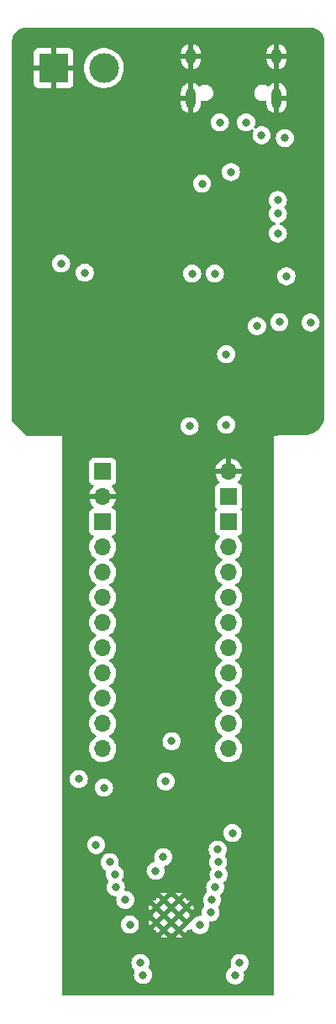
<source format=gbr>
%TF.GenerationSoftware,KiCad,Pcbnew,(6.0.11-0)*%
%TF.CreationDate,2023-11-09T08:58:10+01:00*%
%TF.ProjectId,ZESP32,5a455350-3332-42e6-9b69-6361645f7063,rev?*%
%TF.SameCoordinates,Original*%
%TF.FileFunction,Copper,L3,Inr*%
%TF.FilePolarity,Positive*%
%FSLAX46Y46*%
G04 Gerber Fmt 4.6, Leading zero omitted, Abs format (unit mm)*
G04 Created by KiCad (PCBNEW (6.0.11-0)) date 2023-11-09 08:58:10*
%MOMM*%
%LPD*%
G01*
G04 APERTURE LIST*
%TA.AperFunction,ComponentPad*%
%ADD10R,1.700000X1.700000*%
%TD*%
%TA.AperFunction,ComponentPad*%
%ADD11O,1.700000X1.700000*%
%TD*%
%TA.AperFunction,HeatsinkPad*%
%ADD12C,0.475000*%
%TD*%
%TA.AperFunction,ComponentPad*%
%ADD13O,1.000000X1.600000*%
%TD*%
%TA.AperFunction,ComponentPad*%
%ADD14O,1.000000X2.100000*%
%TD*%
%TA.AperFunction,ComponentPad*%
%ADD15R,3.000000X3.000000*%
%TD*%
%TA.AperFunction,ComponentPad*%
%ADD16C,3.000000*%
%TD*%
%TA.AperFunction,ViaPad*%
%ADD17C,0.800000*%
%TD*%
G04 APERTURE END LIST*
D10*
%TO.N,EXT_5V*%
%TO.C,J8*%
X91440000Y-88900000D03*
D11*
%TO.N,GND*%
X91440000Y-91440000D03*
%TD*%
D10*
%TO.N,D23*%
%TO.C,J3*%
X91440000Y-93980000D03*
D11*
%TO.N,D22*%
X91440000Y-96520000D03*
%TO.N,D21*%
X91440000Y-99060000D03*
%TO.N,D19*%
X91440000Y-101600000D03*
%TO.N,D18*%
X91440000Y-104140000D03*
%TO.N,D5*%
X91440000Y-106680000D03*
%TO.N,D17*%
X91440000Y-109220000D03*
%TO.N,D16*%
X91440000Y-111760000D03*
%TO.N,D4*%
X91440000Y-114300000D03*
%TO.N,D15*%
X91440000Y-116840000D03*
%TD*%
D12*
%TO.N,GND*%
%TO.C,U4*%
X98343000Y-132862500D03*
X99105500Y-135150000D03*
X97580500Y-133625000D03*
X99105500Y-132100000D03*
X97580500Y-135150000D03*
X96818000Y-134387500D03*
X99105500Y-133625000D03*
X97580500Y-132100000D03*
X98343000Y-134387500D03*
X99868000Y-132862500D03*
X99868000Y-134387500D03*
X96818000Y-132862500D03*
%TD*%
D10*
%TO.N,+3V3*%
%TO.C,J7*%
X104140000Y-91440000D03*
D11*
%TO.N,GND*%
X104140000Y-88900000D03*
%TD*%
D13*
%TO.N,GND*%
%TO.C,J2*%
X100328000Y-47083000D03*
D14*
X108968000Y-51263000D03*
X100328000Y-51263000D03*
D13*
X108968000Y-47083000D03*
%TD*%
D15*
%TO.N,GND*%
%TO.C,J1*%
X86482000Y-48239600D03*
D16*
%TO.N,Net-(D1-Pad2)*%
X91562000Y-48239600D03*
%TD*%
D10*
%TO.N,D34*%
%TO.C,J4*%
X104140000Y-93980000D03*
D11*
%TO.N,D35*%
X104140000Y-96520000D03*
%TO.N,D32*%
X104140000Y-99060000D03*
%TO.N,D33*%
X104140000Y-101600000D03*
%TO.N,D25*%
X104140000Y-104140000D03*
%TO.N,D26*%
X104140000Y-106680000D03*
%TO.N,D27*%
X104140000Y-109220000D03*
%TO.N,D14*%
X104140000Y-111760000D03*
%TO.N,D12*%
X104140000Y-114300000D03*
%TO.N,D13*%
X104140000Y-116840000D03*
%TD*%
D17*
%TO.N,GND*%
X98353800Y-140965000D03*
X92019200Y-58094800D03*
X97230100Y-58598900D03*
X112522000Y-78359000D03*
X103124000Y-72517000D03*
X92331600Y-76451400D03*
X102362000Y-56007000D03*
X83942000Y-58094800D03*
X105664000Y-60071000D03*
X98343000Y-129901400D03*
X95651000Y-93325000D03*
X95351600Y-64871600D03*
%TO.N,IO0*%
X107000000Y-74250000D03*
X97790000Y-120142000D03*
X109804200Y-55295800D03*
X89027000Y-119888000D03*
%TO.N,ENA*%
X100203000Y-84328000D03*
X105247500Y-138430000D03*
X103886000Y-84201000D03*
X98384300Y-116078000D03*
%TO.N,EXT_5V*%
X87249000Y-67945000D03*
%TO.N,+3V3*%
X101452000Y-59888800D03*
X89631600Y-68864400D03*
X104775000Y-139700000D03*
X100457000Y-68961000D03*
X104521000Y-125349000D03*
X102743000Y-68961000D03*
X103886000Y-77089000D03*
%TO.N,Net-(J2-PadA7)*%
X103251000Y-53721000D03*
X105892600Y-53721000D03*
%TO.N,D5*%
X92659200Y-129489200D03*
%TO.N,D19*%
X93726000Y-132080000D03*
%TO.N,D18*%
X92760800Y-130810000D03*
%TO.N,D17*%
X92151200Y-128270000D03*
%TO.N,D16*%
X90779600Y-126542800D03*
%TO.N,D15*%
X91567000Y-120777000D03*
%TO.N,D26*%
X103073200Y-128270000D03*
%TO.N,D25*%
X103124000Y-129540000D03*
%TO.N,D23*%
X95504000Y-139649200D03*
%TO.N,D22*%
X95234700Y-138430000D03*
%TO.N,D21*%
X94183200Y-134569200D03*
%TO.N,D34*%
X101249400Y-134615000D03*
%TO.N,D35*%
X102311200Y-133350000D03*
%TO.N,D32*%
X102463600Y-132080000D03*
%TO.N,D33*%
X102768400Y-130810000D03*
%TO.N,D27*%
X103022400Y-127000000D03*
%TO.N,Net-(JP1-Pad1)*%
X109088000Y-61549200D03*
X109951600Y-69220000D03*
%TO.N,RXD0*%
X112390000Y-73893600D03*
X97536000Y-127762000D03*
%TO.N,Net-(JP2-Pad1)*%
X109088000Y-64902000D03*
X109088000Y-62920800D03*
%TO.N,TXD0*%
X109240400Y-73842800D03*
X96774000Y-129159000D03*
%TO.N,D-*%
X107447100Y-55012000D03*
X104363600Y-58720400D03*
%TD*%
%TA.AperFunction,Conductor*%
%TO.N,GND*%
G36*
X112428518Y-44198000D02*
G01*
X112443352Y-44200310D01*
X112443355Y-44200310D01*
X112452224Y-44201691D01*
X112461127Y-44200527D01*
X112461130Y-44200527D01*
X112466732Y-44199795D01*
X112492614Y-44199094D01*
X112651790Y-44211193D01*
X112670663Y-44214079D01*
X112850186Y-44255659D01*
X112868404Y-44261365D01*
X113039566Y-44329599D01*
X113056721Y-44337996D01*
X113215606Y-44431319D01*
X113231295Y-44442213D01*
X113374247Y-44558478D01*
X113388109Y-44571619D01*
X113511844Y-44708157D01*
X113523561Y-44723241D01*
X113625239Y-44876917D01*
X113634540Y-44893599D01*
X113711816Y-45060868D01*
X113718490Y-45078765D01*
X113769598Y-45255805D01*
X113773489Y-45274505D01*
X113797249Y-45457228D01*
X113798269Y-45476301D01*
X113794844Y-45628976D01*
X113792526Y-45645718D01*
X113792639Y-45645731D01*
X113791649Y-45654651D01*
X113789405Y-45663341D01*
X113791283Y-45722534D01*
X113791437Y-45727374D01*
X113791500Y-45731370D01*
X113791500Y-83498364D01*
X113788274Y-83526694D01*
X113740601Y-83733292D01*
X113735986Y-83748718D01*
X113649778Y-83981495D01*
X113643241Y-83996186D01*
X113535938Y-84201000D01*
X113528050Y-84216057D01*
X113519680Y-84229816D01*
X113377379Y-84433202D01*
X113367322Y-84445780D01*
X113200251Y-84629342D01*
X113188673Y-84640534D01*
X113068299Y-84742852D01*
X112999550Y-84801288D01*
X112986637Y-84810913D01*
X112778545Y-84946234D01*
X112764512Y-84954132D01*
X112540863Y-85061802D01*
X112525941Y-85067844D01*
X112290390Y-85146105D01*
X112274813Y-85150196D01*
X112031197Y-85197773D01*
X112015225Y-85199843D01*
X111801247Y-85213763D01*
X111777355Y-85212706D01*
X111774631Y-85212675D01*
X111765758Y-85211303D01*
X111734520Y-85215420D01*
X111718056Y-85216500D01*
X109355623Y-85216500D01*
X109354853Y-85216498D01*
X109354037Y-85216493D01*
X109277279Y-85216024D01*
X109254918Y-85222415D01*
X109248847Y-85224150D01*
X109232085Y-85227728D01*
X109202813Y-85231920D01*
X109194645Y-85235634D01*
X109194644Y-85235634D01*
X109179438Y-85242548D01*
X109161914Y-85248996D01*
X109137229Y-85256051D01*
X109129635Y-85260843D01*
X109129632Y-85260844D01*
X109112220Y-85271830D01*
X109097137Y-85279969D01*
X109070218Y-85292208D01*
X109063416Y-85298069D01*
X109050765Y-85308970D01*
X109035756Y-85320076D01*
X109028647Y-85324561D01*
X108961412Y-85344000D01*
X108712000Y-85344000D01*
X108712000Y-141606000D01*
X108691998Y-141674121D01*
X108638342Y-141720614D01*
X108586000Y-141732000D01*
X87502500Y-141732000D01*
X87434379Y-141711998D01*
X87387886Y-141658342D01*
X87376500Y-141606000D01*
X87376500Y-138430000D01*
X94321196Y-138430000D01*
X94341158Y-138619928D01*
X94400173Y-138801556D01*
X94495660Y-138966944D01*
X94500078Y-138971851D01*
X94500079Y-138971852D01*
X94544453Y-139021134D01*
X94623447Y-139108866D01*
X94633026Y-139115826D01*
X94676380Y-139172046D01*
X94682457Y-139242782D01*
X94674072Y-139269012D01*
X94672777Y-139271921D01*
X94669473Y-139277644D01*
X94610458Y-139459272D01*
X94609768Y-139465833D01*
X94609768Y-139465835D01*
X94605119Y-139510072D01*
X94590496Y-139649200D01*
X94610458Y-139839128D01*
X94669473Y-140020756D01*
X94764960Y-140186144D01*
X94769378Y-140191051D01*
X94769379Y-140191052D01*
X94888325Y-140323155D01*
X94892747Y-140328066D01*
X95047248Y-140440318D01*
X95053276Y-140443002D01*
X95053278Y-140443003D01*
X95215681Y-140515309D01*
X95221712Y-140517994D01*
X95315112Y-140537847D01*
X95402056Y-140556328D01*
X95402061Y-140556328D01*
X95408513Y-140557700D01*
X95599487Y-140557700D01*
X95605939Y-140556328D01*
X95605944Y-140556328D01*
X95692888Y-140537847D01*
X95786288Y-140517994D01*
X95792319Y-140515309D01*
X95954722Y-140443003D01*
X95954724Y-140443002D01*
X95960752Y-140440318D01*
X96115253Y-140328066D01*
X96119675Y-140323155D01*
X96238621Y-140191052D01*
X96238622Y-140191051D01*
X96243040Y-140186144D01*
X96338527Y-140020756D01*
X96397542Y-139839128D01*
X96412165Y-139700000D01*
X103861496Y-139700000D01*
X103862186Y-139706565D01*
X103876779Y-139845406D01*
X103881458Y-139889928D01*
X103940473Y-140071556D01*
X104035960Y-140236944D01*
X104040378Y-140241851D01*
X104040379Y-140241852D01*
X104121503Y-140331949D01*
X104163747Y-140378866D01*
X104318248Y-140491118D01*
X104324276Y-140493802D01*
X104324278Y-140493803D01*
X104467794Y-140557700D01*
X104492712Y-140568794D01*
X104586113Y-140588647D01*
X104673056Y-140607128D01*
X104673061Y-140607128D01*
X104679513Y-140608500D01*
X104870487Y-140608500D01*
X104876939Y-140607128D01*
X104876944Y-140607128D01*
X104963887Y-140588647D01*
X105057288Y-140568794D01*
X105082206Y-140557700D01*
X105225722Y-140493803D01*
X105225724Y-140493802D01*
X105231752Y-140491118D01*
X105386253Y-140378866D01*
X105428497Y-140331949D01*
X105509621Y-140241852D01*
X105509622Y-140241851D01*
X105514040Y-140236944D01*
X105609527Y-140071556D01*
X105668542Y-139889928D01*
X105673222Y-139845406D01*
X105687814Y-139706565D01*
X105688504Y-139700000D01*
X105668542Y-139510072D01*
X105626092Y-139379425D01*
X105624064Y-139308458D01*
X105660727Y-139247660D01*
X105694671Y-139225384D01*
X105698221Y-139223803D01*
X105704252Y-139221118D01*
X105858753Y-139108866D01*
X105937747Y-139021134D01*
X105982121Y-138971852D01*
X105982122Y-138971851D01*
X105986540Y-138966944D01*
X106082027Y-138801556D01*
X106141042Y-138619928D01*
X106161004Y-138430000D01*
X106141042Y-138240072D01*
X106082027Y-138058444D01*
X105986540Y-137893056D01*
X105858753Y-137751134D01*
X105704252Y-137638882D01*
X105698224Y-137636198D01*
X105698222Y-137636197D01*
X105535819Y-137563891D01*
X105535818Y-137563891D01*
X105529788Y-137561206D01*
X105436388Y-137541353D01*
X105349444Y-137522872D01*
X105349439Y-137522872D01*
X105342987Y-137521500D01*
X105152013Y-137521500D01*
X105145561Y-137522872D01*
X105145556Y-137522872D01*
X105058612Y-137541353D01*
X104965212Y-137561206D01*
X104959182Y-137563891D01*
X104959181Y-137563891D01*
X104796778Y-137636197D01*
X104796776Y-137636198D01*
X104790748Y-137638882D01*
X104636247Y-137751134D01*
X104508460Y-137893056D01*
X104412973Y-138058444D01*
X104353958Y-138240072D01*
X104333996Y-138430000D01*
X104353958Y-138619928D01*
X104355998Y-138626206D01*
X104396408Y-138750575D01*
X104398436Y-138821542D01*
X104361773Y-138882340D01*
X104327829Y-138904616D01*
X104325543Y-138905634D01*
X104318248Y-138908882D01*
X104163747Y-139021134D01*
X104159326Y-139026044D01*
X104159325Y-139026045D01*
X104081257Y-139112749D01*
X104035960Y-139163056D01*
X103940473Y-139328444D01*
X103881458Y-139510072D01*
X103861496Y-139700000D01*
X96412165Y-139700000D01*
X96417504Y-139649200D01*
X96402881Y-139510072D01*
X96398232Y-139465835D01*
X96398232Y-139465833D01*
X96397542Y-139459272D01*
X96338527Y-139277644D01*
X96243040Y-139112256D01*
X96160994Y-139021134D01*
X96119675Y-138975245D01*
X96119674Y-138975244D01*
X96115253Y-138970334D01*
X96105674Y-138963374D01*
X96062320Y-138907154D01*
X96056243Y-138836418D01*
X96064628Y-138810188D01*
X96065925Y-138807276D01*
X96069227Y-138801556D01*
X96128242Y-138619928D01*
X96148204Y-138430000D01*
X96128242Y-138240072D01*
X96069227Y-138058444D01*
X95973740Y-137893056D01*
X95845953Y-137751134D01*
X95691452Y-137638882D01*
X95685424Y-137636198D01*
X95685422Y-137636197D01*
X95523019Y-137563891D01*
X95523018Y-137563891D01*
X95516988Y-137561206D01*
X95423588Y-137541353D01*
X95336644Y-137522872D01*
X95336639Y-137522872D01*
X95330187Y-137521500D01*
X95139213Y-137521500D01*
X95132761Y-137522872D01*
X95132756Y-137522872D01*
X95045812Y-137541353D01*
X94952412Y-137561206D01*
X94946382Y-137563891D01*
X94946381Y-137563891D01*
X94783978Y-137636197D01*
X94783976Y-137636198D01*
X94777948Y-137638882D01*
X94623447Y-137751134D01*
X94495660Y-137893056D01*
X94400173Y-138058444D01*
X94341158Y-138240072D01*
X94321196Y-138430000D01*
X87376500Y-138430000D01*
X87376500Y-135820420D01*
X97251575Y-135820420D01*
X97254358Y-135824138D01*
X97392400Y-135875475D01*
X97405991Y-135878864D01*
X97557808Y-135899121D01*
X97571804Y-135899414D01*
X97724331Y-135885533D01*
X97738055Y-135882716D01*
X97883719Y-135835387D01*
X97896469Y-135829603D01*
X97898299Y-135828512D01*
X97905802Y-135820420D01*
X98776575Y-135820420D01*
X98779358Y-135824138D01*
X98917400Y-135875475D01*
X98930991Y-135878864D01*
X99082808Y-135899121D01*
X99096804Y-135899414D01*
X99249331Y-135885533D01*
X99263055Y-135882716D01*
X99408719Y-135835387D01*
X99421469Y-135829603D01*
X99423299Y-135828512D01*
X99432887Y-135818171D01*
X99429381Y-135809757D01*
X99118312Y-135498688D01*
X99104368Y-135491074D01*
X99102533Y-135491205D01*
X99095923Y-135495453D01*
X98783334Y-135808041D01*
X98776575Y-135820420D01*
X97905802Y-135820420D01*
X97907887Y-135818171D01*
X97904381Y-135809757D01*
X97593312Y-135498688D01*
X97579368Y-135491074D01*
X97577533Y-135491205D01*
X97570923Y-135495453D01*
X97258334Y-135808041D01*
X97251575Y-135820420D01*
X87376500Y-135820420D01*
X87376500Y-134569200D01*
X93269696Y-134569200D01*
X93270386Y-134575765D01*
X93287247Y-134736185D01*
X93289658Y-134759128D01*
X93348673Y-134940756D01*
X93444160Y-135106144D01*
X93448578Y-135111051D01*
X93448579Y-135111052D01*
X93543327Y-135216280D01*
X93571947Y-135248066D01*
X93726448Y-135360318D01*
X93732476Y-135363002D01*
X93732478Y-135363003D01*
X93894881Y-135435309D01*
X93900912Y-135437994D01*
X93977089Y-135454186D01*
X94081256Y-135476328D01*
X94081261Y-135476328D01*
X94087713Y-135477700D01*
X94278687Y-135477700D01*
X94285139Y-135476328D01*
X94285144Y-135476328D01*
X94389311Y-135454186D01*
X94465488Y-135437994D01*
X94471519Y-135435309D01*
X94633922Y-135363003D01*
X94633924Y-135363002D01*
X94639952Y-135360318D01*
X94794453Y-135248066D01*
X94823073Y-135216280D01*
X94917821Y-135111052D01*
X94917822Y-135111051D01*
X94922240Y-135106144D01*
X94950082Y-135057920D01*
X96489075Y-135057920D01*
X96491858Y-135061638D01*
X96629900Y-135112975D01*
X96643491Y-135116364D01*
X96731542Y-135128112D01*
X96796419Y-135156947D01*
X96835407Y-135216280D01*
X96840277Y-135240709D01*
X96845990Y-135298971D01*
X96848901Y-135312664D01*
X96897246Y-135457993D01*
X96902213Y-135468743D01*
X96911988Y-135477680D01*
X96920607Y-135474018D01*
X97231816Y-135162808D01*
X97238193Y-135151129D01*
X97921574Y-135151129D01*
X97921705Y-135152967D01*
X97925955Y-135159579D01*
X98238122Y-135471747D01*
X98250501Y-135478506D01*
X98270006Y-135463905D01*
X98336527Y-135439094D01*
X98405901Y-135454186D01*
X98430533Y-135471779D01*
X98436988Y-135477680D01*
X98445607Y-135474018D01*
X98756816Y-135162808D01*
X98763193Y-135151129D01*
X99446574Y-135151129D01*
X99446705Y-135152967D01*
X99450955Y-135159579D01*
X99763122Y-135471747D01*
X99775501Y-135478506D01*
X99779317Y-135475649D01*
X99829646Y-135343157D01*
X99833128Y-135329596D01*
X99846321Y-135235724D01*
X99875609Y-135171050D01*
X99935213Y-135132477D01*
X99959676Y-135127778D01*
X100011840Y-135123031D01*
X100025555Y-135120216D01*
X100171219Y-135072887D01*
X100183968Y-135067103D01*
X100280597Y-135009501D01*
X100349351Y-134991801D01*
X100416761Y-135014083D01*
X100454233Y-135054730D01*
X100507058Y-135146226D01*
X100507061Y-135146231D01*
X100510360Y-135151944D01*
X100514778Y-135156851D01*
X100514779Y-135156852D01*
X100600405Y-135251949D01*
X100638147Y-135293866D01*
X100792648Y-135406118D01*
X100798676Y-135408802D01*
X100798678Y-135408803D01*
X100955235Y-135478506D01*
X100967112Y-135483794D01*
X101060513Y-135503647D01*
X101147456Y-135522128D01*
X101147461Y-135522128D01*
X101153913Y-135523500D01*
X101344887Y-135523500D01*
X101351339Y-135522128D01*
X101351344Y-135522128D01*
X101438287Y-135503647D01*
X101531688Y-135483794D01*
X101543565Y-135478506D01*
X101700122Y-135408803D01*
X101700124Y-135408802D01*
X101706152Y-135406118D01*
X101860653Y-135293866D01*
X101898395Y-135251949D01*
X101984021Y-135156852D01*
X101984022Y-135156851D01*
X101988440Y-135151944D01*
X102083927Y-134986556D01*
X102142942Y-134804928D01*
X102162904Y-134615000D01*
X102142942Y-134425072D01*
X102140903Y-134418795D01*
X102139529Y-134412334D01*
X102142083Y-134411791D01*
X102140375Y-134352498D01*
X102177023Y-134291691D01*
X102240728Y-134260351D01*
X102262243Y-134258500D01*
X102406687Y-134258500D01*
X102413139Y-134257128D01*
X102413144Y-134257128D01*
X102500088Y-134238647D01*
X102593488Y-134218794D01*
X102625654Y-134204473D01*
X102761922Y-134143803D01*
X102761924Y-134143802D01*
X102767952Y-134141118D01*
X102922453Y-134028866D01*
X102972138Y-133973685D01*
X103045821Y-133891852D01*
X103045822Y-133891851D01*
X103050240Y-133886944D01*
X103131495Y-133746206D01*
X103142423Y-133727279D01*
X103142424Y-133727278D01*
X103145727Y-133721556D01*
X103204742Y-133539928D01*
X103224704Y-133350000D01*
X103217299Y-133279546D01*
X103205432Y-133166635D01*
X103205432Y-133166633D01*
X103204742Y-133160072D01*
X103145727Y-132978444D01*
X103086565Y-132875972D01*
X103069827Y-132806978D01*
X103093047Y-132739886D01*
X103102048Y-132728663D01*
X103198221Y-132621852D01*
X103198222Y-132621851D01*
X103202640Y-132616944D01*
X103298127Y-132451556D01*
X103357142Y-132269928D01*
X103365854Y-132187043D01*
X103376414Y-132086565D01*
X103377104Y-132080000D01*
X103361038Y-131927137D01*
X103357832Y-131896635D01*
X103357832Y-131896633D01*
X103357142Y-131890072D01*
X103298127Y-131708444D01*
X103289633Y-131693733D01*
X103272896Y-131624740D01*
X103296116Y-131557648D01*
X103324692Y-131528798D01*
X103374310Y-131492749D01*
X103374316Y-131492744D01*
X103379653Y-131488866D01*
X103438649Y-131423344D01*
X103503021Y-131351852D01*
X103503022Y-131351851D01*
X103507440Y-131346944D01*
X103602927Y-131181556D01*
X103661942Y-130999928D01*
X103681904Y-130810000D01*
X103661942Y-130620072D01*
X103602927Y-130438444D01*
X103602087Y-130436989D01*
X103592897Y-130368434D01*
X103623005Y-130304137D01*
X103643377Y-130285618D01*
X103729909Y-130222749D01*
X103729911Y-130222747D01*
X103735253Y-130218866D01*
X103774169Y-130175645D01*
X103858621Y-130081852D01*
X103858622Y-130081851D01*
X103863040Y-130076944D01*
X103958527Y-129911556D01*
X104017542Y-129729928D01*
X104022222Y-129685406D01*
X104036814Y-129546565D01*
X104037504Y-129540000D01*
X104017542Y-129350072D01*
X103958527Y-129168444D01*
X103953075Y-129159000D01*
X103866341Y-129008774D01*
X103863040Y-129003056D01*
X103823870Y-128959553D01*
X103793154Y-128895547D01*
X103801919Y-128825094D01*
X103812272Y-128806962D01*
X103812240Y-128806944D01*
X103904423Y-128647279D01*
X103904424Y-128647278D01*
X103907727Y-128641556D01*
X103966742Y-128459928D01*
X103968338Y-128444749D01*
X103986014Y-128276565D01*
X103986704Y-128270000D01*
X103986014Y-128263435D01*
X103967432Y-128086635D01*
X103967432Y-128086633D01*
X103966742Y-128080072D01*
X103907727Y-127898444D01*
X103812240Y-127733056D01*
X103773070Y-127689553D01*
X103742354Y-127625547D01*
X103751119Y-127555094D01*
X103761472Y-127536962D01*
X103761440Y-127536944D01*
X103853623Y-127377279D01*
X103853624Y-127377278D01*
X103856927Y-127371556D01*
X103915942Y-127189928D01*
X103927575Y-127079251D01*
X103935214Y-127006565D01*
X103935904Y-127000000D01*
X103924680Y-126893206D01*
X103916632Y-126816635D01*
X103916632Y-126816633D01*
X103915942Y-126810072D01*
X103856927Y-126628444D01*
X103761440Y-126463056D01*
X103633653Y-126321134D01*
X103493307Y-126219166D01*
X103484494Y-126212763D01*
X103484493Y-126212762D01*
X103479152Y-126208882D01*
X103473124Y-126206198D01*
X103473122Y-126206197D01*
X103310719Y-126133891D01*
X103310718Y-126133891D01*
X103304688Y-126131206D01*
X103211287Y-126111353D01*
X103124344Y-126092872D01*
X103124339Y-126092872D01*
X103117887Y-126091500D01*
X102926913Y-126091500D01*
X102920461Y-126092872D01*
X102920456Y-126092872D01*
X102833513Y-126111353D01*
X102740112Y-126131206D01*
X102734082Y-126133891D01*
X102734081Y-126133891D01*
X102571678Y-126206197D01*
X102571676Y-126206198D01*
X102565648Y-126208882D01*
X102560307Y-126212762D01*
X102560306Y-126212763D01*
X102551493Y-126219166D01*
X102411147Y-126321134D01*
X102283360Y-126463056D01*
X102187873Y-126628444D01*
X102128858Y-126810072D01*
X102128168Y-126816633D01*
X102128168Y-126816635D01*
X102120120Y-126893206D01*
X102108896Y-127000000D01*
X102109586Y-127006565D01*
X102117226Y-127079251D01*
X102128858Y-127189928D01*
X102187873Y-127371556D01*
X102283360Y-127536944D01*
X102322530Y-127580447D01*
X102353246Y-127644453D01*
X102344481Y-127714906D01*
X102334128Y-127733038D01*
X102334160Y-127733056D01*
X102238673Y-127898444D01*
X102179658Y-128080072D01*
X102178968Y-128086633D01*
X102178968Y-128086635D01*
X102160386Y-128263435D01*
X102159696Y-128270000D01*
X102160386Y-128276565D01*
X102178063Y-128444749D01*
X102179658Y-128459928D01*
X102238673Y-128641556D01*
X102334160Y-128806944D01*
X102373330Y-128850447D01*
X102404046Y-128914453D01*
X102395281Y-128984906D01*
X102384928Y-129003038D01*
X102384960Y-129003056D01*
X102294926Y-129159000D01*
X102289473Y-129168444D01*
X102230458Y-129350072D01*
X102210496Y-129540000D01*
X102211186Y-129546565D01*
X102225779Y-129685406D01*
X102230458Y-129729928D01*
X102289473Y-129911556D01*
X102290313Y-129913011D01*
X102299503Y-129981566D01*
X102269395Y-130045863D01*
X102249023Y-130064382D01*
X102167579Y-130123555D01*
X102157147Y-130131134D01*
X102152726Y-130136044D01*
X102152725Y-130136045D01*
X102074657Y-130222749D01*
X102029360Y-130273056D01*
X101933873Y-130438444D01*
X101874858Y-130620072D01*
X101854896Y-130810000D01*
X101874858Y-130999928D01*
X101933873Y-131181556D01*
X101942367Y-131196267D01*
X101959104Y-131265260D01*
X101935884Y-131332352D01*
X101907308Y-131361202D01*
X101857690Y-131397251D01*
X101857684Y-131397256D01*
X101852347Y-131401134D01*
X101826495Y-131429846D01*
X101769857Y-131492749D01*
X101724560Y-131543056D01*
X101629073Y-131708444D01*
X101570058Y-131890072D01*
X101569368Y-131896633D01*
X101569368Y-131896635D01*
X101566162Y-131927137D01*
X101550096Y-132080000D01*
X101550786Y-132086565D01*
X101561347Y-132187043D01*
X101570058Y-132269928D01*
X101629073Y-132451556D01*
X101676350Y-132533441D01*
X101688235Y-132554027D01*
X101704973Y-132623022D01*
X101681753Y-132690114D01*
X101672752Y-132701337D01*
X101577633Y-132806978D01*
X101572160Y-132813056D01*
X101476673Y-132978444D01*
X101417658Y-133160072D01*
X101416968Y-133166633D01*
X101416968Y-133166635D01*
X101405101Y-133279546D01*
X101397696Y-133350000D01*
X101417658Y-133539928D01*
X101419697Y-133546205D01*
X101421071Y-133552666D01*
X101418517Y-133553209D01*
X101420225Y-133612502D01*
X101383577Y-133673309D01*
X101319872Y-133704649D01*
X101298357Y-133706500D01*
X101153913Y-133706500D01*
X101147461Y-133707872D01*
X101147456Y-133707872D01*
X101096888Y-133718621D01*
X100967112Y-133746206D01*
X100961082Y-133748891D01*
X100961081Y-133748891D01*
X100798678Y-133821197D01*
X100798676Y-133821198D01*
X100792648Y-133823882D01*
X100638147Y-133936134D01*
X100510360Y-134078056D01*
X100508665Y-134080991D01*
X100498609Y-134092766D01*
X100203876Y-134387500D01*
X99868000Y-134723376D01*
X99480505Y-135110870D01*
X99480504Y-135110871D01*
X99454185Y-135137191D01*
X99446574Y-135151129D01*
X98763193Y-135151129D01*
X98764427Y-135148870D01*
X98764295Y-135147034D01*
X98760046Y-135140422D01*
X98382130Y-134762505D01*
X98382128Y-134762503D01*
X98355809Y-134736185D01*
X98341871Y-134728574D01*
X98340033Y-134728705D01*
X98333421Y-134732955D01*
X97955505Y-135110870D01*
X97955503Y-135110872D01*
X97929185Y-135137191D01*
X97921574Y-135151129D01*
X97238193Y-135151129D01*
X97239427Y-135148870D01*
X97239295Y-135147034D01*
X97235046Y-135140422D01*
X96857130Y-134762505D01*
X96857128Y-134762503D01*
X96830809Y-134736185D01*
X96816871Y-134728574D01*
X96815033Y-134728705D01*
X96808421Y-134732955D01*
X96495834Y-135045541D01*
X96489075Y-135057920D01*
X94950082Y-135057920D01*
X95017727Y-134940756D01*
X95076742Y-134759128D01*
X95079154Y-134736185D01*
X95096014Y-134575765D01*
X95096704Y-134569200D01*
X95081720Y-134426631D01*
X95077432Y-134385835D01*
X95077432Y-134385833D01*
X95077243Y-134384037D01*
X96068544Y-134384037D01*
X96083490Y-134536470D01*
X96086401Y-134550164D01*
X96134746Y-134695493D01*
X96139713Y-134706243D01*
X96149488Y-134715180D01*
X96158107Y-134711518D01*
X96469316Y-134400308D01*
X96475693Y-134388629D01*
X97159074Y-134388629D01*
X97159205Y-134390468D01*
X97163453Y-134397077D01*
X97193005Y-134426630D01*
X97193004Y-134426630D01*
X97193005Y-134426631D01*
X97567690Y-134801315D01*
X97581630Y-134808927D01*
X97583466Y-134808795D01*
X97590078Y-134804546D01*
X97967995Y-134426630D01*
X97967997Y-134426628D01*
X97994315Y-134400309D01*
X98000693Y-134388629D01*
X98684074Y-134388629D01*
X98684205Y-134390468D01*
X98688453Y-134397077D01*
X98718005Y-134426630D01*
X98718004Y-134426630D01*
X98718005Y-134426631D01*
X99092690Y-134801315D01*
X99106630Y-134808927D01*
X99108466Y-134808795D01*
X99115078Y-134804546D01*
X99492995Y-134426630D01*
X99492997Y-134426628D01*
X99519315Y-134400309D01*
X99526926Y-134386371D01*
X99526795Y-134384533D01*
X99522545Y-134377921D01*
X99144630Y-134000005D01*
X99144628Y-134000003D01*
X99118309Y-133973685D01*
X99104371Y-133966074D01*
X99102533Y-133966205D01*
X99095921Y-133970455D01*
X98718005Y-134348370D01*
X98718003Y-134348372D01*
X98691685Y-134374691D01*
X98684074Y-134388629D01*
X98000693Y-134388629D01*
X98001926Y-134386371D01*
X98001795Y-134384533D01*
X97997545Y-134377921D01*
X97619630Y-134000005D01*
X97619628Y-134000003D01*
X97593309Y-133973685D01*
X97579371Y-133966074D01*
X97577533Y-133966205D01*
X97570921Y-133970455D01*
X97193005Y-134348370D01*
X97193003Y-134348372D01*
X97166685Y-134374691D01*
X97159074Y-134388629D01*
X96475693Y-134388629D01*
X96476927Y-134386370D01*
X96476795Y-134384534D01*
X96472546Y-134377922D01*
X96159825Y-134065201D01*
X96147445Y-134058441D01*
X96143231Y-134061596D01*
X96091227Y-134204473D01*
X96087935Y-134218081D01*
X96068740Y-134370031D01*
X96068544Y-134384037D01*
X95077243Y-134384037D01*
X95076742Y-134379272D01*
X95017727Y-134197644D01*
X94922240Y-134032256D01*
X94869503Y-133973685D01*
X94798875Y-133895245D01*
X94798874Y-133895244D01*
X94794453Y-133890334D01*
X94639952Y-133778082D01*
X94633924Y-133775398D01*
X94633922Y-133775397D01*
X94471519Y-133703091D01*
X94471518Y-133703091D01*
X94465488Y-133700406D01*
X94372087Y-133680553D01*
X94285144Y-133662072D01*
X94285139Y-133662072D01*
X94278687Y-133660700D01*
X94087713Y-133660700D01*
X94081261Y-133662072D01*
X94081256Y-133662072D01*
X93994313Y-133680553D01*
X93900912Y-133700406D01*
X93894882Y-133703091D01*
X93894881Y-133703091D01*
X93732478Y-133775397D01*
X93732476Y-133775398D01*
X93726448Y-133778082D01*
X93571947Y-133890334D01*
X93567526Y-133895244D01*
X93567525Y-133895245D01*
X93496898Y-133973685D01*
X93444160Y-134032256D01*
X93348673Y-134197644D01*
X93289658Y-134379272D01*
X93288968Y-134385833D01*
X93288968Y-134385835D01*
X93284680Y-134426631D01*
X93269696Y-134569200D01*
X87376500Y-134569200D01*
X87376500Y-133532920D01*
X96489075Y-133532920D01*
X96503362Y-133552005D01*
X96528173Y-133618525D01*
X96513082Y-133687899D01*
X96496075Y-133711886D01*
X96490003Y-133718621D01*
X96493827Y-133727451D01*
X96805188Y-134038812D01*
X96819132Y-134046426D01*
X96820967Y-134046295D01*
X96827577Y-134042047D01*
X97205495Y-133664130D01*
X97205497Y-133664128D01*
X97231815Y-133637809D01*
X97238193Y-133626129D01*
X97921574Y-133626129D01*
X97921705Y-133627968D01*
X97925953Y-133634577D01*
X97955505Y-133664130D01*
X97955504Y-133664130D01*
X97955505Y-133664131D01*
X98330190Y-134038815D01*
X98344130Y-134046427D01*
X98345966Y-134046295D01*
X98352578Y-134042046D01*
X98730495Y-133664130D01*
X98730497Y-133664128D01*
X98756815Y-133637809D01*
X98763193Y-133626129D01*
X99446574Y-133626129D01*
X99446705Y-133627968D01*
X99450953Y-133634577D01*
X99480505Y-133664130D01*
X99480504Y-133664130D01*
X99480505Y-133664131D01*
X99855190Y-134038815D01*
X99869130Y-134046427D01*
X99870966Y-134046295D01*
X99877578Y-134042046D01*
X100189900Y-133729725D01*
X100196659Y-133717347D01*
X100181745Y-133697425D01*
X100156934Y-133630905D01*
X100172025Y-133561530D01*
X100190218Y-133536246D01*
X100195387Y-133530671D01*
X100191881Y-133522257D01*
X99880812Y-133211188D01*
X99866868Y-133203574D01*
X99865033Y-133203705D01*
X99858423Y-133207953D01*
X99480505Y-133585870D01*
X99480503Y-133585872D01*
X99454185Y-133612191D01*
X99446574Y-133626129D01*
X98763193Y-133626129D01*
X98764426Y-133623871D01*
X98764295Y-133622033D01*
X98760045Y-133615421D01*
X98382130Y-133237505D01*
X98382128Y-133237503D01*
X98355809Y-133211185D01*
X98341871Y-133203574D01*
X98340033Y-133203705D01*
X98333421Y-133207955D01*
X97955505Y-133585870D01*
X97955503Y-133585872D01*
X97929185Y-133612191D01*
X97921574Y-133626129D01*
X97238193Y-133626129D01*
X97239426Y-133623871D01*
X97239295Y-133622033D01*
X97235045Y-133615421D01*
X96857130Y-133237505D01*
X96857128Y-133237503D01*
X96830809Y-133211185D01*
X96816871Y-133203574D01*
X96815033Y-133203705D01*
X96808421Y-133207955D01*
X96495834Y-133520541D01*
X96489075Y-133532920D01*
X87376500Y-133532920D01*
X87376500Y-128270000D01*
X91237696Y-128270000D01*
X91238386Y-128276565D01*
X91256063Y-128444749D01*
X91257658Y-128459928D01*
X91316673Y-128641556D01*
X91412160Y-128806944D01*
X91416578Y-128811851D01*
X91416579Y-128811852D01*
X91491938Y-128895547D01*
X91539947Y-128948866D01*
X91694448Y-129061118D01*
X91700477Y-129063802D01*
X91700480Y-129063804D01*
X91711859Y-129068870D01*
X91720616Y-129072769D01*
X91774712Y-129118747D01*
X91795363Y-129186674D01*
X91789203Y-129226810D01*
X91765658Y-129299272D01*
X91764968Y-129305833D01*
X91764968Y-129305835D01*
X91760439Y-129348928D01*
X91745696Y-129489200D01*
X91765658Y-129679128D01*
X91824673Y-129860756D01*
X91920160Y-130026144D01*
X91924578Y-130031051D01*
X91924579Y-130031052D01*
X92007869Y-130123555D01*
X92038587Y-130187562D01*
X92029822Y-130258016D01*
X92021364Y-130272827D01*
X92021760Y-130273056D01*
X91926273Y-130438444D01*
X91867258Y-130620072D01*
X91847296Y-130810000D01*
X91867258Y-130999928D01*
X91926273Y-131181556D01*
X92021760Y-131346944D01*
X92026178Y-131351851D01*
X92026179Y-131351852D01*
X92090551Y-131423344D01*
X92149547Y-131488866D01*
X92304048Y-131601118D01*
X92310076Y-131603802D01*
X92310078Y-131603803D01*
X92357104Y-131624740D01*
X92478512Y-131678794D01*
X92571913Y-131698647D01*
X92658856Y-131717128D01*
X92658861Y-131717128D01*
X92665313Y-131718500D01*
X92714781Y-131718500D01*
X92782902Y-131738502D01*
X92829395Y-131792158D01*
X92839499Y-131862432D01*
X92834613Y-131883439D01*
X92832458Y-131890072D01*
X92831768Y-131896635D01*
X92831767Y-131896642D01*
X92828562Y-131927137D01*
X92812496Y-132080000D01*
X92813186Y-132086565D01*
X92823747Y-132187043D01*
X92832458Y-132269928D01*
X92891473Y-132451556D01*
X92986960Y-132616944D01*
X92991378Y-132621851D01*
X92991379Y-132621852D01*
X93006723Y-132638893D01*
X93114747Y-132758866D01*
X93159123Y-132791107D01*
X93261469Y-132865466D01*
X93269248Y-132871118D01*
X93275276Y-132873802D01*
X93275278Y-132873803D01*
X93437681Y-132946109D01*
X93443712Y-132948794D01*
X93537113Y-132968647D01*
X93624056Y-132987128D01*
X93624061Y-132987128D01*
X93630513Y-132988500D01*
X93821487Y-132988500D01*
X93827939Y-132987128D01*
X93827944Y-132987128D01*
X93914887Y-132968647D01*
X94008288Y-132948794D01*
X94014319Y-132946109D01*
X94176722Y-132873803D01*
X94176724Y-132873802D01*
X94182752Y-132871118D01*
X94190532Y-132865466D01*
X94199381Y-132859037D01*
X96068544Y-132859037D01*
X96083490Y-133011470D01*
X96086401Y-133025164D01*
X96134746Y-133170493D01*
X96139713Y-133181243D01*
X96149488Y-133190180D01*
X96158107Y-133186518D01*
X96469316Y-132875308D01*
X96475693Y-132863629D01*
X97159074Y-132863629D01*
X97159205Y-132865468D01*
X97163453Y-132872077D01*
X97193005Y-132901630D01*
X97193004Y-132901630D01*
X97193005Y-132901631D01*
X97567690Y-133276315D01*
X97581630Y-133283927D01*
X97583466Y-133283795D01*
X97590078Y-133279546D01*
X97967995Y-132901630D01*
X97967997Y-132901628D01*
X97994315Y-132875309D01*
X98000693Y-132863629D01*
X98684074Y-132863629D01*
X98684205Y-132865468D01*
X98688453Y-132872077D01*
X98718005Y-132901630D01*
X98718004Y-132901630D01*
X98718005Y-132901631D01*
X99092690Y-133276315D01*
X99106630Y-133283927D01*
X99108466Y-133283795D01*
X99115078Y-133279546D01*
X99492995Y-132901630D01*
X99492997Y-132901628D01*
X99519315Y-132875309D01*
X99525692Y-132863630D01*
X100209073Y-132863630D01*
X100209205Y-132865466D01*
X100213454Y-132872078D01*
X100525622Y-133184247D01*
X100538001Y-133191006D01*
X100541817Y-133188149D01*
X100592146Y-133055657D01*
X100595628Y-133042096D01*
X100617374Y-132887369D01*
X100617980Y-132879487D01*
X100618162Y-132866447D01*
X100617777Y-132858577D01*
X100600359Y-132703290D01*
X100597257Y-132689637D01*
X100546889Y-132545000D01*
X100544976Y-132541009D01*
X100537271Y-132534159D01*
X100528220Y-132538155D01*
X100216684Y-132849692D01*
X100209073Y-132863630D01*
X99525692Y-132863630D01*
X99526926Y-132861371D01*
X99526795Y-132859533D01*
X99522545Y-132852921D01*
X99144630Y-132475005D01*
X99144628Y-132475003D01*
X99118309Y-132448685D01*
X99104371Y-132441074D01*
X99102533Y-132441205D01*
X99095921Y-132445455D01*
X98718005Y-132823370D01*
X98718003Y-132823372D01*
X98691685Y-132849691D01*
X98684074Y-132863629D01*
X98000693Y-132863629D01*
X98001926Y-132861371D01*
X98001795Y-132859533D01*
X97997545Y-132852921D01*
X97619630Y-132475005D01*
X97619628Y-132475003D01*
X97593309Y-132448685D01*
X97579371Y-132441074D01*
X97577533Y-132441205D01*
X97570921Y-132445455D01*
X97193005Y-132823370D01*
X97193003Y-132823372D01*
X97166685Y-132849691D01*
X97159074Y-132863629D01*
X96475693Y-132863629D01*
X96476927Y-132861370D01*
X96476795Y-132859534D01*
X96472546Y-132852922D01*
X96159825Y-132540201D01*
X96147445Y-132533441D01*
X96143231Y-132536596D01*
X96091227Y-132679473D01*
X96087935Y-132693081D01*
X96068740Y-132845031D01*
X96068544Y-132859037D01*
X94199381Y-132859037D01*
X94292877Y-132791107D01*
X94337253Y-132758866D01*
X94445277Y-132638893D01*
X94460621Y-132621852D01*
X94460622Y-132621851D01*
X94465040Y-132616944D01*
X94560527Y-132451556D01*
X94619542Y-132269928D01*
X94627563Y-132193621D01*
X96490003Y-132193621D01*
X96493827Y-132202451D01*
X96805188Y-132513812D01*
X96819132Y-132521426D01*
X96820967Y-132521295D01*
X96827577Y-132517047D01*
X97205495Y-132139130D01*
X97205497Y-132139128D01*
X97231815Y-132112809D01*
X97238192Y-132101130D01*
X97921573Y-132101130D01*
X97921705Y-132102966D01*
X97925954Y-132109578D01*
X97955505Y-132139130D01*
X97955504Y-132139130D01*
X97955505Y-132139131D01*
X98330190Y-132513815D01*
X98344130Y-132521427D01*
X98345966Y-132521295D01*
X98352578Y-132517046D01*
X98730495Y-132139130D01*
X98730497Y-132139128D01*
X98756815Y-132112809D01*
X98763192Y-132101130D01*
X99446573Y-132101130D01*
X99446705Y-132102966D01*
X99450954Y-132109578D01*
X99480505Y-132139130D01*
X99480504Y-132139130D01*
X99480505Y-132139131D01*
X99855190Y-132513815D01*
X99869130Y-132521427D01*
X99870966Y-132521295D01*
X99877578Y-132517046D01*
X100189900Y-132204725D01*
X100196659Y-132192346D01*
X100192689Y-132187043D01*
X100190232Y-132185844D01*
X100045948Y-132134467D01*
X100032323Y-132131272D01*
X99956041Y-132122175D01*
X99890768Y-132094247D01*
X99850956Y-132035464D01*
X99845746Y-132011106D01*
X99837859Y-131940790D01*
X99834757Y-131927137D01*
X99784389Y-131782500D01*
X99782476Y-131778509D01*
X99774771Y-131771659D01*
X99765720Y-131775655D01*
X99454184Y-132087192D01*
X99446573Y-132101130D01*
X98763192Y-132101130D01*
X98764426Y-132098871D01*
X98764295Y-132097034D01*
X98760044Y-132090420D01*
X98447325Y-131777701D01*
X98434945Y-131770941D01*
X98416329Y-131784877D01*
X98349809Y-131809688D01*
X98280435Y-131794597D01*
X98257110Y-131778183D01*
X98249771Y-131771659D01*
X98240720Y-131775655D01*
X97929184Y-132087192D01*
X97921573Y-132101130D01*
X97238192Y-132101130D01*
X97239426Y-132098871D01*
X97239295Y-132097034D01*
X97235044Y-132090420D01*
X96922325Y-131777701D01*
X96909945Y-131770941D01*
X96905731Y-131774096D01*
X96853727Y-131916973D01*
X96850435Y-131930582D01*
X96840052Y-132012770D01*
X96811670Y-132077847D01*
X96752610Y-132117248D01*
X96728217Y-132122288D01*
X96663902Y-132129048D01*
X96650238Y-132132053D01*
X96505243Y-132181412D01*
X96497889Y-132184873D01*
X96490003Y-132193621D01*
X94627563Y-132193621D01*
X94628254Y-132187043D01*
X94638814Y-132086565D01*
X94639504Y-132080000D01*
X94623438Y-131927137D01*
X94620232Y-131896635D01*
X94620232Y-131896633D01*
X94619542Y-131890072D01*
X94560527Y-131708444D01*
X94465040Y-131543056D01*
X94419744Y-131492749D01*
X94364254Y-131431121D01*
X97252503Y-131431121D01*
X97256327Y-131439951D01*
X97567688Y-131751312D01*
X97581632Y-131758926D01*
X97583467Y-131758795D01*
X97590077Y-131754547D01*
X97902400Y-131442225D01*
X97908463Y-131431121D01*
X98777503Y-131431121D01*
X98781327Y-131439951D01*
X99092688Y-131751312D01*
X99106632Y-131758926D01*
X99108467Y-131758795D01*
X99115077Y-131754547D01*
X99427400Y-131442225D01*
X99434159Y-131429846D01*
X99430189Y-131424543D01*
X99427732Y-131423344D01*
X99283448Y-131371967D01*
X99269822Y-131368771D01*
X99117729Y-131350635D01*
X99103733Y-131350537D01*
X98951402Y-131366548D01*
X98937738Y-131369553D01*
X98792743Y-131418912D01*
X98785389Y-131422373D01*
X98777503Y-131431121D01*
X97908463Y-131431121D01*
X97909159Y-131429846D01*
X97905189Y-131424543D01*
X97902732Y-131423344D01*
X97758448Y-131371967D01*
X97744822Y-131368771D01*
X97592729Y-131350635D01*
X97578733Y-131350537D01*
X97426402Y-131366548D01*
X97412738Y-131369553D01*
X97267743Y-131418912D01*
X97260389Y-131422373D01*
X97252503Y-131431121D01*
X94364254Y-131431121D01*
X94341675Y-131406045D01*
X94341673Y-131406043D01*
X94337253Y-131401134D01*
X94182752Y-131288882D01*
X94176724Y-131286198D01*
X94176722Y-131286197D01*
X94014319Y-131213891D01*
X94014318Y-131213891D01*
X94008288Y-131211206D01*
X93895721Y-131187279D01*
X93827944Y-131172872D01*
X93827939Y-131172872D01*
X93821487Y-131171500D01*
X93772019Y-131171500D01*
X93703898Y-131151498D01*
X93657405Y-131097842D01*
X93647301Y-131027568D01*
X93652187Y-131006561D01*
X93652300Y-131006213D01*
X93652300Y-131006212D01*
X93654342Y-130999928D01*
X93674304Y-130810000D01*
X93654342Y-130620072D01*
X93595327Y-130438444D01*
X93499840Y-130273056D01*
X93454544Y-130222749D01*
X93412131Y-130175645D01*
X93381413Y-130111638D01*
X93390178Y-130041184D01*
X93398636Y-130026373D01*
X93398240Y-130026144D01*
X93490423Y-129866479D01*
X93490424Y-129866478D01*
X93493727Y-129860756D01*
X93552742Y-129679128D01*
X93572704Y-129489200D01*
X93557961Y-129348928D01*
X93553432Y-129305835D01*
X93553432Y-129305833D01*
X93552742Y-129299272D01*
X93507164Y-129159000D01*
X95860496Y-129159000D01*
X95880458Y-129348928D01*
X95939473Y-129530556D01*
X95942776Y-129536278D01*
X95942777Y-129536279D01*
X95948716Y-129546565D01*
X96034960Y-129695944D01*
X96162747Y-129837866D01*
X96317248Y-129950118D01*
X96323276Y-129952802D01*
X96323278Y-129952803D01*
X96471695Y-130018882D01*
X96491712Y-130027794D01*
X96585112Y-130047647D01*
X96672056Y-130066128D01*
X96672061Y-130066128D01*
X96678513Y-130067500D01*
X96869487Y-130067500D01*
X96875939Y-130066128D01*
X96875944Y-130066128D01*
X96962888Y-130047647D01*
X97056288Y-130027794D01*
X97076305Y-130018882D01*
X97224722Y-129952803D01*
X97224724Y-129952802D01*
X97230752Y-129950118D01*
X97385253Y-129837866D01*
X97513040Y-129695944D01*
X97599284Y-129546565D01*
X97605223Y-129536279D01*
X97605224Y-129536278D01*
X97608527Y-129530556D01*
X97667542Y-129348928D01*
X97687504Y-129159000D01*
X97677216Y-129061118D01*
X97668232Y-128975635D01*
X97668232Y-128975633D01*
X97667542Y-128969072D01*
X97637558Y-128876790D01*
X97617711Y-128815708D01*
X97615683Y-128744741D01*
X97652346Y-128683943D01*
X97711347Y-128653525D01*
X97818288Y-128630794D01*
X97949161Y-128572526D01*
X97986722Y-128555803D01*
X97986724Y-128555802D01*
X97992752Y-128553118D01*
X98147253Y-128440866D01*
X98275040Y-128298944D01*
X98370527Y-128133556D01*
X98429542Y-127951928D01*
X98449504Y-127762000D01*
X98439121Y-127663210D01*
X98430232Y-127578635D01*
X98430232Y-127578633D01*
X98429542Y-127572072D01*
X98370527Y-127390444D01*
X98275040Y-127225056D01*
X98249064Y-127196206D01*
X98151675Y-127088045D01*
X98151674Y-127088044D01*
X98147253Y-127083134D01*
X98032829Y-127000000D01*
X97998094Y-126974763D01*
X97998093Y-126974762D01*
X97992752Y-126970882D01*
X97986724Y-126968198D01*
X97986722Y-126968197D01*
X97824319Y-126895891D01*
X97824318Y-126895891D01*
X97818288Y-126893206D01*
X97724888Y-126873353D01*
X97637944Y-126854872D01*
X97637939Y-126854872D01*
X97631487Y-126853500D01*
X97440513Y-126853500D01*
X97434061Y-126854872D01*
X97434056Y-126854872D01*
X97347112Y-126873353D01*
X97253712Y-126893206D01*
X97247682Y-126895891D01*
X97247681Y-126895891D01*
X97085278Y-126968197D01*
X97085276Y-126968198D01*
X97079248Y-126970882D01*
X97073907Y-126974762D01*
X97073906Y-126974763D01*
X97039171Y-127000000D01*
X96924747Y-127083134D01*
X96920326Y-127088044D01*
X96920325Y-127088045D01*
X96822937Y-127196206D01*
X96796960Y-127225056D01*
X96701473Y-127390444D01*
X96642458Y-127572072D01*
X96641768Y-127578633D01*
X96641768Y-127578635D01*
X96632879Y-127663210D01*
X96622496Y-127762000D01*
X96642458Y-127951928D01*
X96644498Y-127958206D01*
X96692289Y-128105292D01*
X96694317Y-128176259D01*
X96657654Y-128237057D01*
X96598653Y-128267475D01*
X96491712Y-128290206D01*
X96485682Y-128292891D01*
X96485681Y-128292891D01*
X96323278Y-128365197D01*
X96323276Y-128365198D01*
X96317248Y-128367882D01*
X96162747Y-128480134D01*
X96034960Y-128622056D01*
X95939473Y-128787444D01*
X95880458Y-128969072D01*
X95879768Y-128975633D01*
X95879768Y-128975635D01*
X95870784Y-129061118D01*
X95860496Y-129159000D01*
X93507164Y-129159000D01*
X93493727Y-129117644D01*
X93398240Y-128952256D01*
X93270453Y-128810334D01*
X93115952Y-128698082D01*
X93109923Y-128695398D01*
X93109920Y-128695396D01*
X93098541Y-128690330D01*
X93089784Y-128686431D01*
X93035688Y-128640453D01*
X93015037Y-128572526D01*
X93021197Y-128532390D01*
X93044742Y-128459928D01*
X93046338Y-128444749D01*
X93064014Y-128276565D01*
X93064704Y-128270000D01*
X93064014Y-128263435D01*
X93045432Y-128086635D01*
X93045432Y-128086633D01*
X93044742Y-128080072D01*
X92985727Y-127898444D01*
X92890240Y-127733056D01*
X92827351Y-127663210D01*
X92766875Y-127596045D01*
X92766874Y-127596044D01*
X92762453Y-127591134D01*
X92607952Y-127478882D01*
X92601924Y-127476198D01*
X92601922Y-127476197D01*
X92439519Y-127403891D01*
X92439518Y-127403891D01*
X92433488Y-127401206D01*
X92320921Y-127377279D01*
X92253144Y-127362872D01*
X92253139Y-127362872D01*
X92246687Y-127361500D01*
X92055713Y-127361500D01*
X92049261Y-127362872D01*
X92049256Y-127362872D01*
X91981479Y-127377279D01*
X91868912Y-127401206D01*
X91862882Y-127403891D01*
X91862881Y-127403891D01*
X91700478Y-127476197D01*
X91700476Y-127476198D01*
X91694448Y-127478882D01*
X91539947Y-127591134D01*
X91535526Y-127596044D01*
X91535525Y-127596045D01*
X91475050Y-127663210D01*
X91412160Y-127733056D01*
X91316673Y-127898444D01*
X91257658Y-128080072D01*
X91256968Y-128086633D01*
X91256968Y-128086635D01*
X91238386Y-128263435D01*
X91237696Y-128270000D01*
X87376500Y-128270000D01*
X87376500Y-126542800D01*
X89866096Y-126542800D01*
X89886058Y-126732728D01*
X89945073Y-126914356D01*
X90040560Y-127079744D01*
X90168347Y-127221666D01*
X90322848Y-127333918D01*
X90328876Y-127336602D01*
X90328878Y-127336603D01*
X90491281Y-127408909D01*
X90497312Y-127411594D01*
X90590712Y-127431447D01*
X90677656Y-127449928D01*
X90677661Y-127449928D01*
X90684113Y-127451300D01*
X90875087Y-127451300D01*
X90881539Y-127449928D01*
X90881544Y-127449928D01*
X90968488Y-127431447D01*
X91061888Y-127411594D01*
X91067919Y-127408909D01*
X91230322Y-127336603D01*
X91230324Y-127336602D01*
X91236352Y-127333918D01*
X91390853Y-127221666D01*
X91518640Y-127079744D01*
X91614127Y-126914356D01*
X91673142Y-126732728D01*
X91693104Y-126542800D01*
X91673142Y-126352872D01*
X91614127Y-126171244D01*
X91518640Y-126005856D01*
X91390853Y-125863934D01*
X91236352Y-125751682D01*
X91230324Y-125748998D01*
X91230322Y-125748997D01*
X91067919Y-125676691D01*
X91067918Y-125676691D01*
X91061888Y-125674006D01*
X90968487Y-125654153D01*
X90881544Y-125635672D01*
X90881539Y-125635672D01*
X90875087Y-125634300D01*
X90684113Y-125634300D01*
X90677661Y-125635672D01*
X90677656Y-125635672D01*
X90590713Y-125654153D01*
X90497312Y-125674006D01*
X90491282Y-125676691D01*
X90491281Y-125676691D01*
X90328878Y-125748997D01*
X90328876Y-125748998D01*
X90322848Y-125751682D01*
X90168347Y-125863934D01*
X90040560Y-126005856D01*
X89945073Y-126171244D01*
X89886058Y-126352872D01*
X89866096Y-126542800D01*
X87376500Y-126542800D01*
X87376500Y-125349000D01*
X103607496Y-125349000D01*
X103627458Y-125538928D01*
X103686473Y-125720556D01*
X103781960Y-125885944D01*
X103909747Y-126027866D01*
X103997331Y-126091500D01*
X104051982Y-126131206D01*
X104064248Y-126140118D01*
X104070276Y-126142802D01*
X104070278Y-126142803D01*
X104218695Y-126208882D01*
X104238712Y-126217794D01*
X104332112Y-126237647D01*
X104419056Y-126256128D01*
X104419061Y-126256128D01*
X104425513Y-126257500D01*
X104616487Y-126257500D01*
X104622939Y-126256128D01*
X104622944Y-126256128D01*
X104709888Y-126237647D01*
X104803288Y-126217794D01*
X104823305Y-126208882D01*
X104971722Y-126142803D01*
X104971724Y-126142802D01*
X104977752Y-126140118D01*
X104990019Y-126131206D01*
X105044669Y-126091500D01*
X105132253Y-126027866D01*
X105260040Y-125885944D01*
X105355527Y-125720556D01*
X105414542Y-125538928D01*
X105434504Y-125349000D01*
X105414542Y-125159072D01*
X105355527Y-124977444D01*
X105260040Y-124812056D01*
X105132253Y-124670134D01*
X104977752Y-124557882D01*
X104971724Y-124555198D01*
X104971722Y-124555197D01*
X104809319Y-124482891D01*
X104809318Y-124482891D01*
X104803288Y-124480206D01*
X104709887Y-124460353D01*
X104622944Y-124441872D01*
X104622939Y-124441872D01*
X104616487Y-124440500D01*
X104425513Y-124440500D01*
X104419061Y-124441872D01*
X104419056Y-124441872D01*
X104332113Y-124460353D01*
X104238712Y-124480206D01*
X104232682Y-124482891D01*
X104232681Y-124482891D01*
X104070278Y-124555197D01*
X104070276Y-124555198D01*
X104064248Y-124557882D01*
X103909747Y-124670134D01*
X103781960Y-124812056D01*
X103686473Y-124977444D01*
X103627458Y-125159072D01*
X103607496Y-125349000D01*
X87376500Y-125349000D01*
X87376500Y-119888000D01*
X88113496Y-119888000D01*
X88114186Y-119894565D01*
X88124192Y-119989763D01*
X88133458Y-120077928D01*
X88192473Y-120259556D01*
X88287960Y-120424944D01*
X88292378Y-120429851D01*
X88292379Y-120429852D01*
X88411325Y-120561955D01*
X88415747Y-120566866D01*
X88570248Y-120679118D01*
X88576276Y-120681802D01*
X88576278Y-120681803D01*
X88738681Y-120754109D01*
X88744712Y-120756794D01*
X88808888Y-120770435D01*
X88925056Y-120795128D01*
X88925061Y-120795128D01*
X88931513Y-120796500D01*
X89122487Y-120796500D01*
X89128939Y-120795128D01*
X89128944Y-120795128D01*
X89214227Y-120777000D01*
X90653496Y-120777000D01*
X90654186Y-120783565D01*
X90670187Y-120935803D01*
X90673458Y-120966928D01*
X90732473Y-121148556D01*
X90827960Y-121313944D01*
X90955747Y-121455866D01*
X91110248Y-121568118D01*
X91116276Y-121570802D01*
X91116278Y-121570803D01*
X91278681Y-121643109D01*
X91284712Y-121645794D01*
X91378112Y-121665647D01*
X91465056Y-121684128D01*
X91465061Y-121684128D01*
X91471513Y-121685500D01*
X91662487Y-121685500D01*
X91668939Y-121684128D01*
X91668944Y-121684128D01*
X91755888Y-121665647D01*
X91849288Y-121645794D01*
X91855319Y-121643109D01*
X92017722Y-121570803D01*
X92017724Y-121570802D01*
X92023752Y-121568118D01*
X92178253Y-121455866D01*
X92306040Y-121313944D01*
X92401527Y-121148556D01*
X92460542Y-120966928D01*
X92463814Y-120935803D01*
X92479814Y-120783565D01*
X92480504Y-120777000D01*
X92479814Y-120770435D01*
X92461232Y-120593635D01*
X92461232Y-120593633D01*
X92460542Y-120587072D01*
X92401527Y-120405444D01*
X92306040Y-120240056D01*
X92217750Y-120142000D01*
X96876496Y-120142000D01*
X96896458Y-120331928D01*
X96955473Y-120513556D01*
X97050960Y-120678944D01*
X97178747Y-120820866D01*
X97333248Y-120933118D01*
X97339276Y-120935802D01*
X97339278Y-120935803D01*
X97501681Y-121008109D01*
X97507712Y-121010794D01*
X97601112Y-121030647D01*
X97688056Y-121049128D01*
X97688061Y-121049128D01*
X97694513Y-121050500D01*
X97885487Y-121050500D01*
X97891939Y-121049128D01*
X97891944Y-121049128D01*
X97978888Y-121030647D01*
X98072288Y-121010794D01*
X98078319Y-121008109D01*
X98240722Y-120935803D01*
X98240724Y-120935802D01*
X98246752Y-120933118D01*
X98401253Y-120820866D01*
X98529040Y-120678944D01*
X98624527Y-120513556D01*
X98683542Y-120331928D01*
X98703504Y-120142000D01*
X98696080Y-120071365D01*
X98684232Y-119958635D01*
X98684232Y-119958633D01*
X98683542Y-119952072D01*
X98624527Y-119770444D01*
X98529040Y-119605056D01*
X98449254Y-119516444D01*
X98405675Y-119468045D01*
X98405674Y-119468044D01*
X98401253Y-119463134D01*
X98246752Y-119350882D01*
X98240724Y-119348198D01*
X98240722Y-119348197D01*
X98078319Y-119275891D01*
X98078318Y-119275891D01*
X98072288Y-119273206D01*
X97978887Y-119253353D01*
X97891944Y-119234872D01*
X97891939Y-119234872D01*
X97885487Y-119233500D01*
X97694513Y-119233500D01*
X97688061Y-119234872D01*
X97688056Y-119234872D01*
X97601113Y-119253353D01*
X97507712Y-119273206D01*
X97501682Y-119275891D01*
X97501681Y-119275891D01*
X97339278Y-119348197D01*
X97339276Y-119348198D01*
X97333248Y-119350882D01*
X97178747Y-119463134D01*
X97174326Y-119468044D01*
X97174325Y-119468045D01*
X97130747Y-119516444D01*
X97050960Y-119605056D01*
X96955473Y-119770444D01*
X96896458Y-119952072D01*
X96895768Y-119958633D01*
X96895768Y-119958635D01*
X96883920Y-120071365D01*
X96876496Y-120142000D01*
X92217750Y-120142000D01*
X92178253Y-120098134D01*
X92023752Y-119985882D01*
X92017724Y-119983198D01*
X92017722Y-119983197D01*
X91855319Y-119910891D01*
X91855318Y-119910891D01*
X91849288Y-119908206D01*
X91754227Y-119888000D01*
X91668944Y-119869872D01*
X91668939Y-119869872D01*
X91662487Y-119868500D01*
X91471513Y-119868500D01*
X91465061Y-119869872D01*
X91465056Y-119869872D01*
X91379773Y-119888000D01*
X91284712Y-119908206D01*
X91278682Y-119910891D01*
X91278681Y-119910891D01*
X91116278Y-119983197D01*
X91116276Y-119983198D01*
X91110248Y-119985882D01*
X90955747Y-120098134D01*
X90827960Y-120240056D01*
X90732473Y-120405444D01*
X90673458Y-120587072D01*
X90672768Y-120593633D01*
X90672768Y-120593635D01*
X90654186Y-120770435D01*
X90653496Y-120777000D01*
X89214227Y-120777000D01*
X89245112Y-120770435D01*
X89309288Y-120756794D01*
X89315319Y-120754109D01*
X89477722Y-120681803D01*
X89477724Y-120681802D01*
X89483752Y-120679118D01*
X89638253Y-120566866D01*
X89642675Y-120561955D01*
X89761621Y-120429852D01*
X89761622Y-120429851D01*
X89766040Y-120424944D01*
X89861527Y-120259556D01*
X89920542Y-120077928D01*
X89929809Y-119989763D01*
X89939814Y-119894565D01*
X89940504Y-119888000D01*
X89938599Y-119869872D01*
X89921232Y-119704635D01*
X89921232Y-119704633D01*
X89920542Y-119698072D01*
X89861527Y-119516444D01*
X89766040Y-119351056D01*
X89638253Y-119209134D01*
X89483752Y-119096882D01*
X89477724Y-119094198D01*
X89477722Y-119094197D01*
X89315319Y-119021891D01*
X89315318Y-119021891D01*
X89309288Y-119019206D01*
X89215888Y-118999353D01*
X89128944Y-118980872D01*
X89128939Y-118980872D01*
X89122487Y-118979500D01*
X88931513Y-118979500D01*
X88925061Y-118980872D01*
X88925056Y-118980872D01*
X88838112Y-118999353D01*
X88744712Y-119019206D01*
X88738682Y-119021891D01*
X88738681Y-119021891D01*
X88576278Y-119094197D01*
X88576276Y-119094198D01*
X88570248Y-119096882D01*
X88415747Y-119209134D01*
X88287960Y-119351056D01*
X88192473Y-119516444D01*
X88133458Y-119698072D01*
X88132768Y-119704633D01*
X88132768Y-119704635D01*
X88115401Y-119869872D01*
X88113496Y-119888000D01*
X87376500Y-119888000D01*
X87376500Y-116806695D01*
X90077251Y-116806695D01*
X90077548Y-116811848D01*
X90077548Y-116811851D01*
X90083011Y-116906590D01*
X90090110Y-117029715D01*
X90091247Y-117034761D01*
X90091248Y-117034767D01*
X90111119Y-117122939D01*
X90139222Y-117247639D01*
X90223266Y-117454616D01*
X90339987Y-117645088D01*
X90486250Y-117813938D01*
X90658126Y-117956632D01*
X90851000Y-118069338D01*
X91059692Y-118149030D01*
X91064760Y-118150061D01*
X91064763Y-118150062D01*
X91172017Y-118171883D01*
X91278597Y-118193567D01*
X91283772Y-118193757D01*
X91283774Y-118193757D01*
X91496673Y-118201564D01*
X91496677Y-118201564D01*
X91501837Y-118201753D01*
X91506957Y-118201097D01*
X91506959Y-118201097D01*
X91718288Y-118174025D01*
X91718289Y-118174025D01*
X91723416Y-118173368D01*
X91728366Y-118171883D01*
X91932429Y-118110661D01*
X91932434Y-118110659D01*
X91937384Y-118109174D01*
X92137994Y-118010896D01*
X92319860Y-117881173D01*
X92478096Y-117723489D01*
X92537594Y-117640689D01*
X92605435Y-117546277D01*
X92608453Y-117542077D01*
X92707430Y-117341811D01*
X92772370Y-117128069D01*
X92801529Y-116906590D01*
X92802445Y-116869118D01*
X92803074Y-116843365D01*
X92803074Y-116843361D01*
X92803156Y-116840000D01*
X92784852Y-116617361D01*
X92730431Y-116400702D01*
X92641354Y-116195840D01*
X92565120Y-116078000D01*
X97470796Y-116078000D01*
X97471486Y-116084565D01*
X97483681Y-116200590D01*
X97490758Y-116267928D01*
X97549773Y-116449556D01*
X97645260Y-116614944D01*
X97773047Y-116756866D01*
X97927548Y-116869118D01*
X97933576Y-116871802D01*
X97933578Y-116871803D01*
X98019164Y-116909908D01*
X98102012Y-116946794D01*
X98195412Y-116966647D01*
X98282356Y-116985128D01*
X98282361Y-116985128D01*
X98288813Y-116986500D01*
X98479787Y-116986500D01*
X98486239Y-116985128D01*
X98486244Y-116985128D01*
X98573188Y-116966647D01*
X98666588Y-116946794D01*
X98749436Y-116909908D01*
X98835022Y-116871803D01*
X98835024Y-116871802D01*
X98841052Y-116869118D01*
X98926970Y-116806695D01*
X102777251Y-116806695D01*
X102777548Y-116811848D01*
X102777548Y-116811851D01*
X102783011Y-116906590D01*
X102790110Y-117029715D01*
X102791247Y-117034761D01*
X102791248Y-117034767D01*
X102811119Y-117122939D01*
X102839222Y-117247639D01*
X102923266Y-117454616D01*
X103039987Y-117645088D01*
X103186250Y-117813938D01*
X103358126Y-117956632D01*
X103551000Y-118069338D01*
X103759692Y-118149030D01*
X103764760Y-118150061D01*
X103764763Y-118150062D01*
X103872017Y-118171883D01*
X103978597Y-118193567D01*
X103983772Y-118193757D01*
X103983774Y-118193757D01*
X104196673Y-118201564D01*
X104196677Y-118201564D01*
X104201837Y-118201753D01*
X104206957Y-118201097D01*
X104206959Y-118201097D01*
X104418288Y-118174025D01*
X104418289Y-118174025D01*
X104423416Y-118173368D01*
X104428366Y-118171883D01*
X104632429Y-118110661D01*
X104632434Y-118110659D01*
X104637384Y-118109174D01*
X104837994Y-118010896D01*
X105019860Y-117881173D01*
X105178096Y-117723489D01*
X105237594Y-117640689D01*
X105305435Y-117546277D01*
X105308453Y-117542077D01*
X105407430Y-117341811D01*
X105472370Y-117128069D01*
X105501529Y-116906590D01*
X105502445Y-116869118D01*
X105503074Y-116843365D01*
X105503074Y-116843361D01*
X105503156Y-116840000D01*
X105484852Y-116617361D01*
X105430431Y-116400702D01*
X105341354Y-116195840D01*
X105220014Y-116008277D01*
X105069670Y-115843051D01*
X105065619Y-115839852D01*
X105065615Y-115839848D01*
X104898414Y-115707800D01*
X104898410Y-115707798D01*
X104894359Y-115704598D01*
X104853053Y-115681796D01*
X104803084Y-115631364D01*
X104788312Y-115561921D01*
X104813428Y-115495516D01*
X104840780Y-115468909D01*
X104884603Y-115437650D01*
X105019860Y-115341173D01*
X105070447Y-115290763D01*
X105101209Y-115260107D01*
X105178096Y-115183489D01*
X105237594Y-115100689D01*
X105305435Y-115006277D01*
X105308453Y-115002077D01*
X105407430Y-114801811D01*
X105472370Y-114588069D01*
X105501529Y-114366590D01*
X105503156Y-114300000D01*
X105484852Y-114077361D01*
X105430431Y-113860702D01*
X105341354Y-113655840D01*
X105220014Y-113468277D01*
X105069670Y-113303051D01*
X105065619Y-113299852D01*
X105065615Y-113299848D01*
X104898414Y-113167800D01*
X104898410Y-113167798D01*
X104894359Y-113164598D01*
X104853053Y-113141796D01*
X104803084Y-113091364D01*
X104788312Y-113021921D01*
X104813428Y-112955516D01*
X104840780Y-112928909D01*
X104884603Y-112897650D01*
X105019860Y-112801173D01*
X105178096Y-112643489D01*
X105237594Y-112560689D01*
X105305435Y-112466277D01*
X105308453Y-112462077D01*
X105407430Y-112261811D01*
X105472370Y-112048069D01*
X105501529Y-111826590D01*
X105503156Y-111760000D01*
X105484852Y-111537361D01*
X105430431Y-111320702D01*
X105341354Y-111115840D01*
X105220014Y-110928277D01*
X105069670Y-110763051D01*
X105065619Y-110759852D01*
X105065615Y-110759848D01*
X104898414Y-110627800D01*
X104898410Y-110627798D01*
X104894359Y-110624598D01*
X104853053Y-110601796D01*
X104803084Y-110551364D01*
X104788312Y-110481921D01*
X104813428Y-110415516D01*
X104840780Y-110388909D01*
X104884603Y-110357650D01*
X105019860Y-110261173D01*
X105178096Y-110103489D01*
X105237594Y-110020689D01*
X105305435Y-109926277D01*
X105308453Y-109922077D01*
X105407430Y-109721811D01*
X105472370Y-109508069D01*
X105501529Y-109286590D01*
X105503156Y-109220000D01*
X105484852Y-108997361D01*
X105430431Y-108780702D01*
X105341354Y-108575840D01*
X105220014Y-108388277D01*
X105069670Y-108223051D01*
X105065619Y-108219852D01*
X105065615Y-108219848D01*
X104898414Y-108087800D01*
X104898410Y-108087798D01*
X104894359Y-108084598D01*
X104853053Y-108061796D01*
X104803084Y-108011364D01*
X104788312Y-107941921D01*
X104813428Y-107875516D01*
X104840780Y-107848909D01*
X104884603Y-107817650D01*
X105019860Y-107721173D01*
X105178096Y-107563489D01*
X105237594Y-107480689D01*
X105305435Y-107386277D01*
X105308453Y-107382077D01*
X105407430Y-107181811D01*
X105472370Y-106968069D01*
X105501529Y-106746590D01*
X105503156Y-106680000D01*
X105484852Y-106457361D01*
X105430431Y-106240702D01*
X105341354Y-106035840D01*
X105220014Y-105848277D01*
X105069670Y-105683051D01*
X105065619Y-105679852D01*
X105065615Y-105679848D01*
X104898414Y-105547800D01*
X104898410Y-105547798D01*
X104894359Y-105544598D01*
X104853053Y-105521796D01*
X104803084Y-105471364D01*
X104788312Y-105401921D01*
X104813428Y-105335516D01*
X104840780Y-105308909D01*
X104884603Y-105277650D01*
X105019860Y-105181173D01*
X105178096Y-105023489D01*
X105237594Y-104940689D01*
X105305435Y-104846277D01*
X105308453Y-104842077D01*
X105407430Y-104641811D01*
X105472370Y-104428069D01*
X105501529Y-104206590D01*
X105503156Y-104140000D01*
X105484852Y-103917361D01*
X105430431Y-103700702D01*
X105341354Y-103495840D01*
X105220014Y-103308277D01*
X105069670Y-103143051D01*
X105065619Y-103139852D01*
X105065615Y-103139848D01*
X104898414Y-103007800D01*
X104898410Y-103007798D01*
X104894359Y-103004598D01*
X104853053Y-102981796D01*
X104803084Y-102931364D01*
X104788312Y-102861921D01*
X104813428Y-102795516D01*
X104840780Y-102768909D01*
X104884603Y-102737650D01*
X105019860Y-102641173D01*
X105178096Y-102483489D01*
X105237594Y-102400689D01*
X105305435Y-102306277D01*
X105308453Y-102302077D01*
X105407430Y-102101811D01*
X105472370Y-101888069D01*
X105501529Y-101666590D01*
X105503156Y-101600000D01*
X105484852Y-101377361D01*
X105430431Y-101160702D01*
X105341354Y-100955840D01*
X105220014Y-100768277D01*
X105069670Y-100603051D01*
X105065619Y-100599852D01*
X105065615Y-100599848D01*
X104898414Y-100467800D01*
X104898410Y-100467798D01*
X104894359Y-100464598D01*
X104853053Y-100441796D01*
X104803084Y-100391364D01*
X104788312Y-100321921D01*
X104813428Y-100255516D01*
X104840780Y-100228909D01*
X104884603Y-100197650D01*
X105019860Y-100101173D01*
X105178096Y-99943489D01*
X105237594Y-99860689D01*
X105305435Y-99766277D01*
X105308453Y-99762077D01*
X105407430Y-99561811D01*
X105472370Y-99348069D01*
X105501529Y-99126590D01*
X105503156Y-99060000D01*
X105484852Y-98837361D01*
X105430431Y-98620702D01*
X105341354Y-98415840D01*
X105220014Y-98228277D01*
X105069670Y-98063051D01*
X105065619Y-98059852D01*
X105065615Y-98059848D01*
X104898414Y-97927800D01*
X104898410Y-97927798D01*
X104894359Y-97924598D01*
X104853053Y-97901796D01*
X104803084Y-97851364D01*
X104788312Y-97781921D01*
X104813428Y-97715516D01*
X104840780Y-97688909D01*
X104884603Y-97657650D01*
X105019860Y-97561173D01*
X105178096Y-97403489D01*
X105237594Y-97320689D01*
X105305435Y-97226277D01*
X105308453Y-97222077D01*
X105407430Y-97021811D01*
X105472370Y-96808069D01*
X105501529Y-96586590D01*
X105503156Y-96520000D01*
X105484852Y-96297361D01*
X105430431Y-96080702D01*
X105341354Y-95875840D01*
X105220014Y-95688277D01*
X105216532Y-95684450D01*
X105072798Y-95526488D01*
X105041746Y-95462642D01*
X105050141Y-95392143D01*
X105095317Y-95337375D01*
X105121761Y-95323706D01*
X105228297Y-95283767D01*
X105236705Y-95280615D01*
X105353261Y-95193261D01*
X105440615Y-95076705D01*
X105491745Y-94940316D01*
X105498500Y-94878134D01*
X105498500Y-93081866D01*
X105491745Y-93019684D01*
X105440615Y-92883295D01*
X105367370Y-92785564D01*
X105342522Y-92719059D01*
X105357575Y-92649676D01*
X105367370Y-92634435D01*
X105372002Y-92628255D01*
X105440615Y-92536705D01*
X105491745Y-92400316D01*
X105498500Y-92338134D01*
X105498500Y-90541866D01*
X105491745Y-90479684D01*
X105440615Y-90343295D01*
X105353261Y-90226739D01*
X105236705Y-90139385D01*
X105117687Y-90094767D01*
X105060923Y-90052125D01*
X105036223Y-89985564D01*
X105051430Y-89916215D01*
X105072977Y-89887535D01*
X105174052Y-89786812D01*
X105180730Y-89778965D01*
X105305003Y-89606020D01*
X105310313Y-89597183D01*
X105404670Y-89406267D01*
X105408469Y-89396672D01*
X105470377Y-89192910D01*
X105472555Y-89182837D01*
X105473986Y-89171962D01*
X105471775Y-89157778D01*
X105458617Y-89154000D01*
X102823225Y-89154000D01*
X102809694Y-89157973D01*
X102808257Y-89167966D01*
X102838565Y-89302446D01*
X102841645Y-89312275D01*
X102921770Y-89509603D01*
X102926413Y-89518794D01*
X103037694Y-89700388D01*
X103043777Y-89708699D01*
X103183213Y-89869667D01*
X103190577Y-89876879D01*
X103195522Y-89880985D01*
X103235156Y-89939889D01*
X103236653Y-90010870D01*
X103199537Y-90071392D01*
X103159264Y-90095910D01*
X103051705Y-90136232D01*
X103051704Y-90136233D01*
X103043295Y-90139385D01*
X102926739Y-90226739D01*
X102839385Y-90343295D01*
X102788255Y-90479684D01*
X102781500Y-90541866D01*
X102781500Y-92338134D01*
X102788255Y-92400316D01*
X102839385Y-92536705D01*
X102907998Y-92628255D01*
X102912630Y-92634435D01*
X102937478Y-92700941D01*
X102922425Y-92770324D01*
X102912632Y-92785562D01*
X102839385Y-92883295D01*
X102788255Y-93019684D01*
X102781500Y-93081866D01*
X102781500Y-94878134D01*
X102788255Y-94940316D01*
X102839385Y-95076705D01*
X102926739Y-95193261D01*
X103043295Y-95280615D01*
X103051704Y-95283767D01*
X103051705Y-95283768D01*
X103160451Y-95324535D01*
X103217216Y-95367176D01*
X103241916Y-95433738D01*
X103226709Y-95503087D01*
X103207316Y-95529568D01*
X103080629Y-95662138D01*
X102954743Y-95846680D01*
X102860688Y-96049305D01*
X102800989Y-96264570D01*
X102777251Y-96486695D01*
X102777548Y-96491848D01*
X102777548Y-96491851D01*
X102783011Y-96586590D01*
X102790110Y-96709715D01*
X102791247Y-96714761D01*
X102791248Y-96714767D01*
X102811119Y-96802939D01*
X102839222Y-96927639D01*
X102923266Y-97134616D01*
X103039987Y-97325088D01*
X103186250Y-97493938D01*
X103358126Y-97636632D01*
X103428595Y-97677811D01*
X103431445Y-97679476D01*
X103480169Y-97731114D01*
X103493240Y-97800897D01*
X103466509Y-97866669D01*
X103426055Y-97900027D01*
X103413607Y-97906507D01*
X103409474Y-97909610D01*
X103409471Y-97909612D01*
X103385247Y-97927800D01*
X103234965Y-98040635D01*
X103080629Y-98202138D01*
X102954743Y-98386680D01*
X102860688Y-98589305D01*
X102800989Y-98804570D01*
X102777251Y-99026695D01*
X102777548Y-99031848D01*
X102777548Y-99031851D01*
X102783011Y-99126590D01*
X102790110Y-99249715D01*
X102791247Y-99254761D01*
X102791248Y-99254767D01*
X102811119Y-99342939D01*
X102839222Y-99467639D01*
X102923266Y-99674616D01*
X103039987Y-99865088D01*
X103186250Y-100033938D01*
X103358126Y-100176632D01*
X103428595Y-100217811D01*
X103431445Y-100219476D01*
X103480169Y-100271114D01*
X103493240Y-100340897D01*
X103466509Y-100406669D01*
X103426055Y-100440027D01*
X103413607Y-100446507D01*
X103409474Y-100449610D01*
X103409471Y-100449612D01*
X103385247Y-100467800D01*
X103234965Y-100580635D01*
X103080629Y-100742138D01*
X102954743Y-100926680D01*
X102860688Y-101129305D01*
X102800989Y-101344570D01*
X102777251Y-101566695D01*
X102777548Y-101571848D01*
X102777548Y-101571851D01*
X102783011Y-101666590D01*
X102790110Y-101789715D01*
X102791247Y-101794761D01*
X102791248Y-101794767D01*
X102811119Y-101882939D01*
X102839222Y-102007639D01*
X102923266Y-102214616D01*
X103039987Y-102405088D01*
X103186250Y-102573938D01*
X103358126Y-102716632D01*
X103428595Y-102757811D01*
X103431445Y-102759476D01*
X103480169Y-102811114D01*
X103493240Y-102880897D01*
X103466509Y-102946669D01*
X103426055Y-102980027D01*
X103413607Y-102986507D01*
X103409474Y-102989610D01*
X103409471Y-102989612D01*
X103385247Y-103007800D01*
X103234965Y-103120635D01*
X103080629Y-103282138D01*
X102954743Y-103466680D01*
X102860688Y-103669305D01*
X102800989Y-103884570D01*
X102777251Y-104106695D01*
X102777548Y-104111848D01*
X102777548Y-104111851D01*
X102783011Y-104206590D01*
X102790110Y-104329715D01*
X102791247Y-104334761D01*
X102791248Y-104334767D01*
X102811119Y-104422939D01*
X102839222Y-104547639D01*
X102923266Y-104754616D01*
X103039987Y-104945088D01*
X103186250Y-105113938D01*
X103358126Y-105256632D01*
X103428595Y-105297811D01*
X103431445Y-105299476D01*
X103480169Y-105351114D01*
X103493240Y-105420897D01*
X103466509Y-105486669D01*
X103426055Y-105520027D01*
X103413607Y-105526507D01*
X103409474Y-105529610D01*
X103409471Y-105529612D01*
X103385247Y-105547800D01*
X103234965Y-105660635D01*
X103080629Y-105822138D01*
X102954743Y-106006680D01*
X102860688Y-106209305D01*
X102800989Y-106424570D01*
X102777251Y-106646695D01*
X102777548Y-106651848D01*
X102777548Y-106651851D01*
X102783011Y-106746590D01*
X102790110Y-106869715D01*
X102791247Y-106874761D01*
X102791248Y-106874767D01*
X102811119Y-106962939D01*
X102839222Y-107087639D01*
X102923266Y-107294616D01*
X103039987Y-107485088D01*
X103186250Y-107653938D01*
X103358126Y-107796632D01*
X103428595Y-107837811D01*
X103431445Y-107839476D01*
X103480169Y-107891114D01*
X103493240Y-107960897D01*
X103466509Y-108026669D01*
X103426055Y-108060027D01*
X103413607Y-108066507D01*
X103409474Y-108069610D01*
X103409471Y-108069612D01*
X103385247Y-108087800D01*
X103234965Y-108200635D01*
X103080629Y-108362138D01*
X102954743Y-108546680D01*
X102860688Y-108749305D01*
X102800989Y-108964570D01*
X102777251Y-109186695D01*
X102777548Y-109191848D01*
X102777548Y-109191851D01*
X102783011Y-109286590D01*
X102790110Y-109409715D01*
X102791247Y-109414761D01*
X102791248Y-109414767D01*
X102811119Y-109502939D01*
X102839222Y-109627639D01*
X102923266Y-109834616D01*
X103039987Y-110025088D01*
X103186250Y-110193938D01*
X103358126Y-110336632D01*
X103428595Y-110377811D01*
X103431445Y-110379476D01*
X103480169Y-110431114D01*
X103493240Y-110500897D01*
X103466509Y-110566669D01*
X103426055Y-110600027D01*
X103413607Y-110606507D01*
X103409474Y-110609610D01*
X103409471Y-110609612D01*
X103385247Y-110627800D01*
X103234965Y-110740635D01*
X103080629Y-110902138D01*
X102954743Y-111086680D01*
X102860688Y-111289305D01*
X102800989Y-111504570D01*
X102777251Y-111726695D01*
X102777548Y-111731848D01*
X102777548Y-111731851D01*
X102783011Y-111826590D01*
X102790110Y-111949715D01*
X102791247Y-111954761D01*
X102791248Y-111954767D01*
X102811119Y-112042939D01*
X102839222Y-112167639D01*
X102923266Y-112374616D01*
X103039987Y-112565088D01*
X103186250Y-112733938D01*
X103358126Y-112876632D01*
X103428595Y-112917811D01*
X103431445Y-112919476D01*
X103480169Y-112971114D01*
X103493240Y-113040897D01*
X103466509Y-113106669D01*
X103426055Y-113140027D01*
X103413607Y-113146507D01*
X103409474Y-113149610D01*
X103409471Y-113149612D01*
X103385247Y-113167800D01*
X103234965Y-113280635D01*
X103080629Y-113442138D01*
X102954743Y-113626680D01*
X102860688Y-113829305D01*
X102800989Y-114044570D01*
X102777251Y-114266695D01*
X102777548Y-114271848D01*
X102777548Y-114271851D01*
X102783011Y-114366590D01*
X102790110Y-114489715D01*
X102791247Y-114494761D01*
X102791248Y-114494767D01*
X102811119Y-114582939D01*
X102839222Y-114707639D01*
X102923266Y-114914616D01*
X103039987Y-115105088D01*
X103186250Y-115273938D01*
X103358126Y-115416632D01*
X103428595Y-115457811D01*
X103431445Y-115459476D01*
X103480169Y-115511114D01*
X103493240Y-115580897D01*
X103466509Y-115646669D01*
X103426055Y-115680027D01*
X103413607Y-115686507D01*
X103409474Y-115689610D01*
X103409471Y-115689612D01*
X103239100Y-115817530D01*
X103234965Y-115820635D01*
X103080629Y-115982138D01*
X102954743Y-116166680D01*
X102860688Y-116369305D01*
X102800989Y-116584570D01*
X102777251Y-116806695D01*
X98926970Y-116806695D01*
X98995553Y-116756866D01*
X99123340Y-116614944D01*
X99218827Y-116449556D01*
X99277842Y-116267928D01*
X99284920Y-116200590D01*
X99297114Y-116084565D01*
X99297804Y-116078000D01*
X99277842Y-115888072D01*
X99218827Y-115706444D01*
X99123340Y-115541056D01*
X99008333Y-115413327D01*
X98999975Y-115404045D01*
X98999974Y-115404044D01*
X98995553Y-115399134D01*
X98841052Y-115286882D01*
X98835024Y-115284198D01*
X98835022Y-115284197D01*
X98672619Y-115211891D01*
X98672618Y-115211891D01*
X98666588Y-115209206D01*
X98545600Y-115183489D01*
X98486244Y-115170872D01*
X98486239Y-115170872D01*
X98479787Y-115169500D01*
X98288813Y-115169500D01*
X98282361Y-115170872D01*
X98282356Y-115170872D01*
X98223000Y-115183489D01*
X98102012Y-115209206D01*
X98095982Y-115211891D01*
X98095981Y-115211891D01*
X97933578Y-115284197D01*
X97933576Y-115284198D01*
X97927548Y-115286882D01*
X97773047Y-115399134D01*
X97768626Y-115404044D01*
X97768625Y-115404045D01*
X97760268Y-115413327D01*
X97645260Y-115541056D01*
X97549773Y-115706444D01*
X97490758Y-115888072D01*
X97470796Y-116078000D01*
X92565120Y-116078000D01*
X92520014Y-116008277D01*
X92369670Y-115843051D01*
X92365619Y-115839852D01*
X92365615Y-115839848D01*
X92198414Y-115707800D01*
X92198410Y-115707798D01*
X92194359Y-115704598D01*
X92153053Y-115681796D01*
X92103084Y-115631364D01*
X92088312Y-115561921D01*
X92113428Y-115495516D01*
X92140780Y-115468909D01*
X92184603Y-115437650D01*
X92319860Y-115341173D01*
X92370447Y-115290763D01*
X92401209Y-115260107D01*
X92478096Y-115183489D01*
X92537594Y-115100689D01*
X92605435Y-115006277D01*
X92608453Y-115002077D01*
X92707430Y-114801811D01*
X92772370Y-114588069D01*
X92801529Y-114366590D01*
X92803156Y-114300000D01*
X92784852Y-114077361D01*
X92730431Y-113860702D01*
X92641354Y-113655840D01*
X92520014Y-113468277D01*
X92369670Y-113303051D01*
X92365619Y-113299852D01*
X92365615Y-113299848D01*
X92198414Y-113167800D01*
X92198410Y-113167798D01*
X92194359Y-113164598D01*
X92153053Y-113141796D01*
X92103084Y-113091364D01*
X92088312Y-113021921D01*
X92113428Y-112955516D01*
X92140780Y-112928909D01*
X92184603Y-112897650D01*
X92319860Y-112801173D01*
X92478096Y-112643489D01*
X92537594Y-112560689D01*
X92605435Y-112466277D01*
X92608453Y-112462077D01*
X92707430Y-112261811D01*
X92772370Y-112048069D01*
X92801529Y-111826590D01*
X92803156Y-111760000D01*
X92784852Y-111537361D01*
X92730431Y-111320702D01*
X92641354Y-111115840D01*
X92520014Y-110928277D01*
X92369670Y-110763051D01*
X92365619Y-110759852D01*
X92365615Y-110759848D01*
X92198414Y-110627800D01*
X92198410Y-110627798D01*
X92194359Y-110624598D01*
X92153053Y-110601796D01*
X92103084Y-110551364D01*
X92088312Y-110481921D01*
X92113428Y-110415516D01*
X92140780Y-110388909D01*
X92184603Y-110357650D01*
X92319860Y-110261173D01*
X92478096Y-110103489D01*
X92537594Y-110020689D01*
X92605435Y-109926277D01*
X92608453Y-109922077D01*
X92707430Y-109721811D01*
X92772370Y-109508069D01*
X92801529Y-109286590D01*
X92803156Y-109220000D01*
X92784852Y-108997361D01*
X92730431Y-108780702D01*
X92641354Y-108575840D01*
X92520014Y-108388277D01*
X92369670Y-108223051D01*
X92365619Y-108219852D01*
X92365615Y-108219848D01*
X92198414Y-108087800D01*
X92198410Y-108087798D01*
X92194359Y-108084598D01*
X92153053Y-108061796D01*
X92103084Y-108011364D01*
X92088312Y-107941921D01*
X92113428Y-107875516D01*
X92140780Y-107848909D01*
X92184603Y-107817650D01*
X92319860Y-107721173D01*
X92478096Y-107563489D01*
X92537594Y-107480689D01*
X92605435Y-107386277D01*
X92608453Y-107382077D01*
X92707430Y-107181811D01*
X92772370Y-106968069D01*
X92801529Y-106746590D01*
X92803156Y-106680000D01*
X92784852Y-106457361D01*
X92730431Y-106240702D01*
X92641354Y-106035840D01*
X92520014Y-105848277D01*
X92369670Y-105683051D01*
X92365619Y-105679852D01*
X92365615Y-105679848D01*
X92198414Y-105547800D01*
X92198410Y-105547798D01*
X92194359Y-105544598D01*
X92153053Y-105521796D01*
X92103084Y-105471364D01*
X92088312Y-105401921D01*
X92113428Y-105335516D01*
X92140780Y-105308909D01*
X92184603Y-105277650D01*
X92319860Y-105181173D01*
X92478096Y-105023489D01*
X92537594Y-104940689D01*
X92605435Y-104846277D01*
X92608453Y-104842077D01*
X92707430Y-104641811D01*
X92772370Y-104428069D01*
X92801529Y-104206590D01*
X92803156Y-104140000D01*
X92784852Y-103917361D01*
X92730431Y-103700702D01*
X92641354Y-103495840D01*
X92520014Y-103308277D01*
X92369670Y-103143051D01*
X92365619Y-103139852D01*
X92365615Y-103139848D01*
X92198414Y-103007800D01*
X92198410Y-103007798D01*
X92194359Y-103004598D01*
X92153053Y-102981796D01*
X92103084Y-102931364D01*
X92088312Y-102861921D01*
X92113428Y-102795516D01*
X92140780Y-102768909D01*
X92184603Y-102737650D01*
X92319860Y-102641173D01*
X92478096Y-102483489D01*
X92537594Y-102400689D01*
X92605435Y-102306277D01*
X92608453Y-102302077D01*
X92707430Y-102101811D01*
X92772370Y-101888069D01*
X92801529Y-101666590D01*
X92803156Y-101600000D01*
X92784852Y-101377361D01*
X92730431Y-101160702D01*
X92641354Y-100955840D01*
X92520014Y-100768277D01*
X92369670Y-100603051D01*
X92365619Y-100599852D01*
X92365615Y-100599848D01*
X92198414Y-100467800D01*
X92198410Y-100467798D01*
X92194359Y-100464598D01*
X92153053Y-100441796D01*
X92103084Y-100391364D01*
X92088312Y-100321921D01*
X92113428Y-100255516D01*
X92140780Y-100228909D01*
X92184603Y-100197650D01*
X92319860Y-100101173D01*
X92478096Y-99943489D01*
X92537594Y-99860689D01*
X92605435Y-99766277D01*
X92608453Y-99762077D01*
X92707430Y-99561811D01*
X92772370Y-99348069D01*
X92801529Y-99126590D01*
X92803156Y-99060000D01*
X92784852Y-98837361D01*
X92730431Y-98620702D01*
X92641354Y-98415840D01*
X92520014Y-98228277D01*
X92369670Y-98063051D01*
X92365619Y-98059852D01*
X92365615Y-98059848D01*
X92198414Y-97927800D01*
X92198410Y-97927798D01*
X92194359Y-97924598D01*
X92153053Y-97901796D01*
X92103084Y-97851364D01*
X92088312Y-97781921D01*
X92113428Y-97715516D01*
X92140780Y-97688909D01*
X92184603Y-97657650D01*
X92319860Y-97561173D01*
X92478096Y-97403489D01*
X92537594Y-97320689D01*
X92605435Y-97226277D01*
X92608453Y-97222077D01*
X92707430Y-97021811D01*
X92772370Y-96808069D01*
X92801529Y-96586590D01*
X92803156Y-96520000D01*
X92784852Y-96297361D01*
X92730431Y-96080702D01*
X92641354Y-95875840D01*
X92520014Y-95688277D01*
X92516532Y-95684450D01*
X92372798Y-95526488D01*
X92341746Y-95462642D01*
X92350141Y-95392143D01*
X92395317Y-95337375D01*
X92421761Y-95323706D01*
X92528297Y-95283767D01*
X92536705Y-95280615D01*
X92653261Y-95193261D01*
X92740615Y-95076705D01*
X92791745Y-94940316D01*
X92798500Y-94878134D01*
X92798500Y-93081866D01*
X92791745Y-93019684D01*
X92740615Y-92883295D01*
X92653261Y-92766739D01*
X92536705Y-92679385D01*
X92467019Y-92653261D01*
X92417687Y-92634767D01*
X92360923Y-92592125D01*
X92336223Y-92525564D01*
X92351430Y-92456215D01*
X92372977Y-92427535D01*
X92474052Y-92326812D01*
X92480730Y-92318965D01*
X92605003Y-92146020D01*
X92610313Y-92137183D01*
X92704670Y-91946267D01*
X92708469Y-91936672D01*
X92770377Y-91732910D01*
X92772555Y-91722837D01*
X92773986Y-91711962D01*
X92771775Y-91697778D01*
X92758617Y-91694000D01*
X90123225Y-91694000D01*
X90109694Y-91697973D01*
X90108257Y-91707966D01*
X90138565Y-91842446D01*
X90141645Y-91852275D01*
X90221770Y-92049603D01*
X90226413Y-92058794D01*
X90337694Y-92240388D01*
X90343777Y-92248699D01*
X90483213Y-92409667D01*
X90490577Y-92416879D01*
X90495522Y-92420985D01*
X90535156Y-92479889D01*
X90536653Y-92550870D01*
X90499537Y-92611392D01*
X90459264Y-92635910D01*
X90351705Y-92676232D01*
X90351704Y-92676233D01*
X90343295Y-92679385D01*
X90226739Y-92766739D01*
X90139385Y-92883295D01*
X90088255Y-93019684D01*
X90081500Y-93081866D01*
X90081500Y-94878134D01*
X90088255Y-94940316D01*
X90139385Y-95076705D01*
X90226739Y-95193261D01*
X90343295Y-95280615D01*
X90351704Y-95283767D01*
X90351705Y-95283768D01*
X90460451Y-95324535D01*
X90517216Y-95367176D01*
X90541916Y-95433738D01*
X90526709Y-95503087D01*
X90507316Y-95529568D01*
X90380629Y-95662138D01*
X90254743Y-95846680D01*
X90160688Y-96049305D01*
X90100989Y-96264570D01*
X90077251Y-96486695D01*
X90077548Y-96491848D01*
X90077548Y-96491851D01*
X90083011Y-96586590D01*
X90090110Y-96709715D01*
X90091247Y-96714761D01*
X90091248Y-96714767D01*
X90111119Y-96802939D01*
X90139222Y-96927639D01*
X90223266Y-97134616D01*
X90339987Y-97325088D01*
X90486250Y-97493938D01*
X90658126Y-97636632D01*
X90728595Y-97677811D01*
X90731445Y-97679476D01*
X90780169Y-97731114D01*
X90793240Y-97800897D01*
X90766509Y-97866669D01*
X90726055Y-97900027D01*
X90713607Y-97906507D01*
X90709474Y-97909610D01*
X90709471Y-97909612D01*
X90685247Y-97927800D01*
X90534965Y-98040635D01*
X90380629Y-98202138D01*
X90254743Y-98386680D01*
X90160688Y-98589305D01*
X90100989Y-98804570D01*
X90077251Y-99026695D01*
X90077548Y-99031848D01*
X90077548Y-99031851D01*
X90083011Y-99126590D01*
X90090110Y-99249715D01*
X90091247Y-99254761D01*
X90091248Y-99254767D01*
X90111119Y-99342939D01*
X90139222Y-99467639D01*
X90223266Y-99674616D01*
X90339987Y-99865088D01*
X90486250Y-100033938D01*
X90658126Y-100176632D01*
X90728595Y-100217811D01*
X90731445Y-100219476D01*
X90780169Y-100271114D01*
X90793240Y-100340897D01*
X90766509Y-100406669D01*
X90726055Y-100440027D01*
X90713607Y-100446507D01*
X90709474Y-100449610D01*
X90709471Y-100449612D01*
X90685247Y-100467800D01*
X90534965Y-100580635D01*
X90380629Y-100742138D01*
X90254743Y-100926680D01*
X90160688Y-101129305D01*
X90100989Y-101344570D01*
X90077251Y-101566695D01*
X90077548Y-101571848D01*
X90077548Y-101571851D01*
X90083011Y-101666590D01*
X90090110Y-101789715D01*
X90091247Y-101794761D01*
X90091248Y-101794767D01*
X90111119Y-101882939D01*
X90139222Y-102007639D01*
X90223266Y-102214616D01*
X90339987Y-102405088D01*
X90486250Y-102573938D01*
X90658126Y-102716632D01*
X90728595Y-102757811D01*
X90731445Y-102759476D01*
X90780169Y-102811114D01*
X90793240Y-102880897D01*
X90766509Y-102946669D01*
X90726055Y-102980027D01*
X90713607Y-102986507D01*
X90709474Y-102989610D01*
X90709471Y-102989612D01*
X90685247Y-103007800D01*
X90534965Y-103120635D01*
X90380629Y-103282138D01*
X90254743Y-103466680D01*
X90160688Y-103669305D01*
X90100989Y-103884570D01*
X90077251Y-104106695D01*
X90077548Y-104111848D01*
X90077548Y-104111851D01*
X90083011Y-104206590D01*
X90090110Y-104329715D01*
X90091247Y-104334761D01*
X90091248Y-104334767D01*
X90111119Y-104422939D01*
X90139222Y-104547639D01*
X90223266Y-104754616D01*
X90339987Y-104945088D01*
X90486250Y-105113938D01*
X90658126Y-105256632D01*
X90728595Y-105297811D01*
X90731445Y-105299476D01*
X90780169Y-105351114D01*
X90793240Y-105420897D01*
X90766509Y-105486669D01*
X90726055Y-105520027D01*
X90713607Y-105526507D01*
X90709474Y-105529610D01*
X90709471Y-105529612D01*
X90685247Y-105547800D01*
X90534965Y-105660635D01*
X90380629Y-105822138D01*
X90254743Y-106006680D01*
X90160688Y-106209305D01*
X90100989Y-106424570D01*
X90077251Y-106646695D01*
X90077548Y-106651848D01*
X90077548Y-106651851D01*
X90083011Y-106746590D01*
X90090110Y-106869715D01*
X90091247Y-106874761D01*
X90091248Y-106874767D01*
X90111119Y-106962939D01*
X90139222Y-107087639D01*
X90223266Y-107294616D01*
X90339987Y-107485088D01*
X90486250Y-107653938D01*
X90658126Y-107796632D01*
X90728595Y-107837811D01*
X90731445Y-107839476D01*
X90780169Y-107891114D01*
X90793240Y-107960897D01*
X90766509Y-108026669D01*
X90726055Y-108060027D01*
X90713607Y-108066507D01*
X90709474Y-108069610D01*
X90709471Y-108069612D01*
X90685247Y-108087800D01*
X90534965Y-108200635D01*
X90380629Y-108362138D01*
X90254743Y-108546680D01*
X90160688Y-108749305D01*
X90100989Y-108964570D01*
X90077251Y-109186695D01*
X90077548Y-109191848D01*
X90077548Y-109191851D01*
X90083011Y-109286590D01*
X90090110Y-109409715D01*
X90091247Y-109414761D01*
X90091248Y-109414767D01*
X90111119Y-109502939D01*
X90139222Y-109627639D01*
X90223266Y-109834616D01*
X90339987Y-110025088D01*
X90486250Y-110193938D01*
X90658126Y-110336632D01*
X90728595Y-110377811D01*
X90731445Y-110379476D01*
X90780169Y-110431114D01*
X90793240Y-110500897D01*
X90766509Y-110566669D01*
X90726055Y-110600027D01*
X90713607Y-110606507D01*
X90709474Y-110609610D01*
X90709471Y-110609612D01*
X90685247Y-110627800D01*
X90534965Y-110740635D01*
X90380629Y-110902138D01*
X90254743Y-111086680D01*
X90160688Y-111289305D01*
X90100989Y-111504570D01*
X90077251Y-111726695D01*
X90077548Y-111731848D01*
X90077548Y-111731851D01*
X90083011Y-111826590D01*
X90090110Y-111949715D01*
X90091247Y-111954761D01*
X90091248Y-111954767D01*
X90111119Y-112042939D01*
X90139222Y-112167639D01*
X90223266Y-112374616D01*
X90339987Y-112565088D01*
X90486250Y-112733938D01*
X90658126Y-112876632D01*
X90728595Y-112917811D01*
X90731445Y-112919476D01*
X90780169Y-112971114D01*
X90793240Y-113040897D01*
X90766509Y-113106669D01*
X90726055Y-113140027D01*
X90713607Y-113146507D01*
X90709474Y-113149610D01*
X90709471Y-113149612D01*
X90685247Y-113167800D01*
X90534965Y-113280635D01*
X90380629Y-113442138D01*
X90254743Y-113626680D01*
X90160688Y-113829305D01*
X90100989Y-114044570D01*
X90077251Y-114266695D01*
X90077548Y-114271848D01*
X90077548Y-114271851D01*
X90083011Y-114366590D01*
X90090110Y-114489715D01*
X90091247Y-114494761D01*
X90091248Y-114494767D01*
X90111119Y-114582939D01*
X90139222Y-114707639D01*
X90223266Y-114914616D01*
X90339987Y-115105088D01*
X90486250Y-115273938D01*
X90658126Y-115416632D01*
X90728595Y-115457811D01*
X90731445Y-115459476D01*
X90780169Y-115511114D01*
X90793240Y-115580897D01*
X90766509Y-115646669D01*
X90726055Y-115680027D01*
X90713607Y-115686507D01*
X90709474Y-115689610D01*
X90709471Y-115689612D01*
X90539100Y-115817530D01*
X90534965Y-115820635D01*
X90380629Y-115982138D01*
X90254743Y-116166680D01*
X90160688Y-116369305D01*
X90100989Y-116584570D01*
X90077251Y-116806695D01*
X87376500Y-116806695D01*
X87376500Y-89798134D01*
X90081500Y-89798134D01*
X90088255Y-89860316D01*
X90139385Y-89996705D01*
X90226739Y-90113261D01*
X90343295Y-90200615D01*
X90351704Y-90203767D01*
X90351705Y-90203768D01*
X90460960Y-90244726D01*
X90517725Y-90287367D01*
X90542425Y-90353929D01*
X90527218Y-90423278D01*
X90507825Y-90449759D01*
X90384590Y-90578717D01*
X90378104Y-90586727D01*
X90258098Y-90762649D01*
X90253000Y-90771623D01*
X90163338Y-90964783D01*
X90159775Y-90974470D01*
X90104389Y-91174183D01*
X90105912Y-91182607D01*
X90118292Y-91186000D01*
X92758344Y-91186000D01*
X92771875Y-91182027D01*
X92773180Y-91172947D01*
X92731214Y-91005875D01*
X92727894Y-90996124D01*
X92642972Y-90800814D01*
X92638105Y-90791739D01*
X92522426Y-90612926D01*
X92516136Y-90604757D01*
X92372293Y-90446677D01*
X92341241Y-90382831D01*
X92349635Y-90312333D01*
X92394812Y-90257564D01*
X92421256Y-90243895D01*
X92528297Y-90203767D01*
X92536705Y-90200615D01*
X92653261Y-90113261D01*
X92740615Y-89996705D01*
X92791745Y-89860316D01*
X92798500Y-89798134D01*
X92798500Y-88634183D01*
X102804389Y-88634183D01*
X102805912Y-88642607D01*
X102818292Y-88646000D01*
X103867885Y-88646000D01*
X103883124Y-88641525D01*
X103884329Y-88640135D01*
X103886000Y-88632452D01*
X103886000Y-88627885D01*
X104394000Y-88627885D01*
X104398475Y-88643124D01*
X104399865Y-88644329D01*
X104407548Y-88646000D01*
X105458344Y-88646000D01*
X105471875Y-88642027D01*
X105473180Y-88632947D01*
X105431214Y-88465875D01*
X105427894Y-88456124D01*
X105342972Y-88260814D01*
X105338105Y-88251739D01*
X105222426Y-88072926D01*
X105216136Y-88064757D01*
X105072806Y-87907240D01*
X105065273Y-87900215D01*
X104898139Y-87768222D01*
X104889552Y-87762517D01*
X104703117Y-87659599D01*
X104693705Y-87655369D01*
X104492959Y-87584280D01*
X104482988Y-87581646D01*
X104411837Y-87568972D01*
X104398540Y-87570432D01*
X104394000Y-87584989D01*
X104394000Y-88627885D01*
X103886000Y-88627885D01*
X103886000Y-87583102D01*
X103882082Y-87569758D01*
X103867806Y-87567771D01*
X103829324Y-87573660D01*
X103819288Y-87576051D01*
X103616868Y-87642212D01*
X103607359Y-87646209D01*
X103418463Y-87744542D01*
X103409738Y-87750036D01*
X103239433Y-87877905D01*
X103231726Y-87884748D01*
X103084590Y-88038717D01*
X103078104Y-88046727D01*
X102958098Y-88222649D01*
X102953000Y-88231623D01*
X102863338Y-88424783D01*
X102859775Y-88434470D01*
X102804389Y-88634183D01*
X92798500Y-88634183D01*
X92798500Y-88001866D01*
X92791745Y-87939684D01*
X92740615Y-87803295D01*
X92653261Y-87686739D01*
X92536705Y-87599385D01*
X92400316Y-87548255D01*
X92338134Y-87541500D01*
X90541866Y-87541500D01*
X90479684Y-87548255D01*
X90343295Y-87599385D01*
X90226739Y-87686739D01*
X90139385Y-87803295D01*
X90088255Y-87939684D01*
X90081500Y-88001866D01*
X90081500Y-89798134D01*
X87376500Y-89798134D01*
X87376500Y-85987623D01*
X87376502Y-85986853D01*
X87376931Y-85916600D01*
X87376976Y-85909279D01*
X87376262Y-85906780D01*
X87376000Y-85902940D01*
X87376000Y-85344000D01*
X83872190Y-85344000D01*
X83804069Y-85323998D01*
X83783095Y-85307095D01*
X82804000Y-84328000D01*
X99289496Y-84328000D01*
X99290186Y-84334565D01*
X99301248Y-84439810D01*
X99309458Y-84517928D01*
X99368473Y-84699556D01*
X99463960Y-84864944D01*
X99468378Y-84869851D01*
X99468379Y-84869852D01*
X99480892Y-84883749D01*
X99591747Y-85006866D01*
X99667357Y-85061800D01*
X99731122Y-85108128D01*
X99746248Y-85119118D01*
X99752276Y-85121802D01*
X99752278Y-85121803D01*
X99914681Y-85194109D01*
X99920712Y-85196794D01*
X100008340Y-85215420D01*
X100101056Y-85235128D01*
X100101061Y-85235128D01*
X100107513Y-85236500D01*
X100298487Y-85236500D01*
X100304939Y-85235128D01*
X100304944Y-85235128D01*
X100397660Y-85215420D01*
X100485288Y-85196794D01*
X100491319Y-85194109D01*
X100653722Y-85121803D01*
X100653724Y-85121802D01*
X100659752Y-85119118D01*
X100674879Y-85108128D01*
X100738643Y-85061800D01*
X100814253Y-85006866D01*
X100925108Y-84883749D01*
X100937621Y-84869852D01*
X100937622Y-84869851D01*
X100942040Y-84864944D01*
X101037527Y-84699556D01*
X101096542Y-84517928D01*
X101104753Y-84439810D01*
X101115814Y-84334565D01*
X101116504Y-84328000D01*
X101105490Y-84223210D01*
X101103156Y-84201000D01*
X102972496Y-84201000D01*
X102992458Y-84390928D01*
X103051473Y-84572556D01*
X103146960Y-84737944D01*
X103151378Y-84742851D01*
X103151379Y-84742852D01*
X103256163Y-84859226D01*
X103274747Y-84879866D01*
X103429248Y-84992118D01*
X103435276Y-84994802D01*
X103435278Y-84994803D01*
X103471094Y-85010749D01*
X103603712Y-85069794D01*
X103697112Y-85089647D01*
X103784056Y-85108128D01*
X103784061Y-85108128D01*
X103790513Y-85109500D01*
X103981487Y-85109500D01*
X103987939Y-85108128D01*
X103987944Y-85108128D01*
X104074888Y-85089647D01*
X104168288Y-85069794D01*
X104300906Y-85010749D01*
X104336722Y-84994803D01*
X104336724Y-84994802D01*
X104342752Y-84992118D01*
X104497253Y-84879866D01*
X104515837Y-84859226D01*
X104620621Y-84742852D01*
X104620622Y-84742851D01*
X104625040Y-84737944D01*
X104720527Y-84572556D01*
X104779542Y-84390928D01*
X104799504Y-84201000D01*
X104779542Y-84011072D01*
X104720527Y-83829444D01*
X104716370Y-83822243D01*
X104669551Y-83741151D01*
X104625040Y-83664056D01*
X104497253Y-83522134D01*
X104398157Y-83450136D01*
X104348094Y-83413763D01*
X104348093Y-83413762D01*
X104342752Y-83409882D01*
X104336724Y-83407198D01*
X104336722Y-83407197D01*
X104174319Y-83334891D01*
X104174318Y-83334891D01*
X104168288Y-83332206D01*
X104074888Y-83312353D01*
X103987944Y-83293872D01*
X103987939Y-83293872D01*
X103981487Y-83292500D01*
X103790513Y-83292500D01*
X103784061Y-83293872D01*
X103784056Y-83293872D01*
X103697112Y-83312353D01*
X103603712Y-83332206D01*
X103597682Y-83334891D01*
X103597681Y-83334891D01*
X103435278Y-83407197D01*
X103435276Y-83407198D01*
X103429248Y-83409882D01*
X103423907Y-83413762D01*
X103423906Y-83413763D01*
X103373843Y-83450136D01*
X103274747Y-83522134D01*
X103146960Y-83664056D01*
X103102449Y-83741151D01*
X103055631Y-83822243D01*
X103051473Y-83829444D01*
X102992458Y-84011072D01*
X102972496Y-84201000D01*
X101103156Y-84201000D01*
X101097232Y-84144635D01*
X101097232Y-84144633D01*
X101096542Y-84138072D01*
X101037527Y-83956444D01*
X100942040Y-83791056D01*
X100921560Y-83768310D01*
X100818675Y-83654045D01*
X100818674Y-83654044D01*
X100814253Y-83649134D01*
X100659752Y-83536882D01*
X100653724Y-83534198D01*
X100653722Y-83534197D01*
X100491319Y-83461891D01*
X100491318Y-83461891D01*
X100485288Y-83459206D01*
X100391888Y-83439353D01*
X100304944Y-83420872D01*
X100304939Y-83420872D01*
X100298487Y-83419500D01*
X100107513Y-83419500D01*
X100101061Y-83420872D01*
X100101056Y-83420872D01*
X100014112Y-83439353D01*
X99920712Y-83459206D01*
X99914682Y-83461891D01*
X99914681Y-83461891D01*
X99752278Y-83534197D01*
X99752276Y-83534198D01*
X99746248Y-83536882D01*
X99591747Y-83649134D01*
X99587326Y-83654044D01*
X99587325Y-83654045D01*
X99484441Y-83768310D01*
X99463960Y-83791056D01*
X99368473Y-83956444D01*
X99309458Y-84138072D01*
X99308768Y-84144633D01*
X99308768Y-84144635D01*
X99300510Y-84223210D01*
X99289496Y-84328000D01*
X82804000Y-84328000D01*
X82333405Y-83857405D01*
X82299379Y-83795093D01*
X82296500Y-83768310D01*
X82296500Y-77089000D01*
X102972496Y-77089000D01*
X102992458Y-77278928D01*
X103051473Y-77460556D01*
X103146960Y-77625944D01*
X103274747Y-77767866D01*
X103429248Y-77880118D01*
X103435276Y-77882802D01*
X103435278Y-77882803D01*
X103597681Y-77955109D01*
X103603712Y-77957794D01*
X103697113Y-77977647D01*
X103784056Y-77996128D01*
X103784061Y-77996128D01*
X103790513Y-77997500D01*
X103981487Y-77997500D01*
X103987939Y-77996128D01*
X103987944Y-77996128D01*
X104074887Y-77977647D01*
X104168288Y-77957794D01*
X104174319Y-77955109D01*
X104336722Y-77882803D01*
X104336724Y-77882802D01*
X104342752Y-77880118D01*
X104497253Y-77767866D01*
X104625040Y-77625944D01*
X104720527Y-77460556D01*
X104779542Y-77278928D01*
X104799504Y-77089000D01*
X104779542Y-76899072D01*
X104720527Y-76717444D01*
X104625040Y-76552056D01*
X104497253Y-76410134D01*
X104342752Y-76297882D01*
X104336724Y-76295198D01*
X104336722Y-76295197D01*
X104174319Y-76222891D01*
X104174318Y-76222891D01*
X104168288Y-76220206D01*
X104074887Y-76200353D01*
X103987944Y-76181872D01*
X103987939Y-76181872D01*
X103981487Y-76180500D01*
X103790513Y-76180500D01*
X103784061Y-76181872D01*
X103784056Y-76181872D01*
X103697113Y-76200353D01*
X103603712Y-76220206D01*
X103597682Y-76222891D01*
X103597681Y-76222891D01*
X103435278Y-76295197D01*
X103435276Y-76295198D01*
X103429248Y-76297882D01*
X103274747Y-76410134D01*
X103146960Y-76552056D01*
X103051473Y-76717444D01*
X102992458Y-76899072D01*
X102972496Y-77089000D01*
X82296500Y-77089000D01*
X82296500Y-74250000D01*
X106086496Y-74250000D01*
X106087186Y-74256565D01*
X106099532Y-74374026D01*
X106106458Y-74439928D01*
X106165473Y-74621556D01*
X106168776Y-74627278D01*
X106168777Y-74627279D01*
X106172610Y-74633918D01*
X106260960Y-74786944D01*
X106265378Y-74791851D01*
X106265379Y-74791852D01*
X106384325Y-74923955D01*
X106388747Y-74928866D01*
X106543248Y-75041118D01*
X106549276Y-75043802D01*
X106549278Y-75043803D01*
X106711681Y-75116109D01*
X106717712Y-75118794D01*
X106811113Y-75138647D01*
X106898056Y-75157128D01*
X106898061Y-75157128D01*
X106904513Y-75158500D01*
X107095487Y-75158500D01*
X107101939Y-75157128D01*
X107101944Y-75157128D01*
X107188887Y-75138647D01*
X107282288Y-75118794D01*
X107288319Y-75116109D01*
X107450722Y-75043803D01*
X107450724Y-75043802D01*
X107456752Y-75041118D01*
X107611253Y-74928866D01*
X107615675Y-74923955D01*
X107734621Y-74791852D01*
X107734622Y-74791851D01*
X107739040Y-74786944D01*
X107827390Y-74633918D01*
X107831223Y-74627279D01*
X107831224Y-74627278D01*
X107834527Y-74621556D01*
X107893542Y-74439928D01*
X107900469Y-74374026D01*
X107912814Y-74256565D01*
X107913504Y-74250000D01*
X107893542Y-74060072D01*
X107834527Y-73878444D01*
X107813948Y-73842800D01*
X108326896Y-73842800D01*
X108346858Y-74032728D01*
X108405873Y-74214356D01*
X108501360Y-74379744D01*
X108505778Y-74384651D01*
X108505779Y-74384652D01*
X108624725Y-74516755D01*
X108629147Y-74521666D01*
X108783648Y-74633918D01*
X108789676Y-74636602D01*
X108789678Y-74636603D01*
X108952081Y-74708909D01*
X108958112Y-74711594D01*
X109051512Y-74731447D01*
X109138456Y-74749928D01*
X109138461Y-74749928D01*
X109144913Y-74751300D01*
X109335887Y-74751300D01*
X109342339Y-74749928D01*
X109342344Y-74749928D01*
X109429288Y-74731447D01*
X109522688Y-74711594D01*
X109528719Y-74708909D01*
X109691122Y-74636603D01*
X109691124Y-74636602D01*
X109697152Y-74633918D01*
X109851653Y-74521666D01*
X109856075Y-74516755D01*
X109975021Y-74384652D01*
X109975022Y-74384651D01*
X109979440Y-74379744D01*
X110074927Y-74214356D01*
X110133942Y-74032728D01*
X110148565Y-73893600D01*
X111476496Y-73893600D01*
X111477186Y-73900165D01*
X111491779Y-74039006D01*
X111496458Y-74083528D01*
X111555473Y-74265156D01*
X111650960Y-74430544D01*
X111655378Y-74435451D01*
X111655379Y-74435452D01*
X111736503Y-74525549D01*
X111778747Y-74572466D01*
X111933248Y-74684718D01*
X111939276Y-74687402D01*
X111939278Y-74687403D01*
X112082794Y-74751300D01*
X112107712Y-74762394D01*
X112196309Y-74781226D01*
X112288056Y-74800728D01*
X112288061Y-74800728D01*
X112294513Y-74802100D01*
X112485487Y-74802100D01*
X112491939Y-74800728D01*
X112491944Y-74800728D01*
X112583691Y-74781226D01*
X112672288Y-74762394D01*
X112697206Y-74751300D01*
X112840722Y-74687403D01*
X112840724Y-74687402D01*
X112846752Y-74684718D01*
X113001253Y-74572466D01*
X113043497Y-74525549D01*
X113124621Y-74435452D01*
X113124622Y-74435451D01*
X113129040Y-74430544D01*
X113224527Y-74265156D01*
X113283542Y-74083528D01*
X113288222Y-74039006D01*
X113302814Y-73900165D01*
X113303504Y-73893600D01*
X113283542Y-73703672D01*
X113224527Y-73522044D01*
X113129040Y-73356656D01*
X113115394Y-73341500D01*
X113005675Y-73219645D01*
X113005674Y-73219644D01*
X113001253Y-73214734D01*
X112846752Y-73102482D01*
X112840724Y-73099798D01*
X112840722Y-73099797D01*
X112678319Y-73027491D01*
X112678318Y-73027491D01*
X112672288Y-73024806D01*
X112578887Y-73004953D01*
X112491944Y-72986472D01*
X112491939Y-72986472D01*
X112485487Y-72985100D01*
X112294513Y-72985100D01*
X112288061Y-72986472D01*
X112288056Y-72986472D01*
X112201113Y-73004953D01*
X112107712Y-73024806D01*
X112101682Y-73027491D01*
X112101681Y-73027491D01*
X111939278Y-73099797D01*
X111939276Y-73099798D01*
X111933248Y-73102482D01*
X111778747Y-73214734D01*
X111774326Y-73219644D01*
X111774325Y-73219645D01*
X111664607Y-73341500D01*
X111650960Y-73356656D01*
X111555473Y-73522044D01*
X111496458Y-73703672D01*
X111476496Y-73893600D01*
X110148565Y-73893600D01*
X110153904Y-73842800D01*
X110153214Y-73836235D01*
X110134632Y-73659435D01*
X110134632Y-73659433D01*
X110133942Y-73652872D01*
X110074927Y-73471244D01*
X110070031Y-73462763D01*
X109982741Y-73311574D01*
X109979440Y-73305856D01*
X109897394Y-73214734D01*
X109856075Y-73168845D01*
X109856074Y-73168844D01*
X109851653Y-73163934D01*
X109697152Y-73051682D01*
X109691124Y-73048998D01*
X109691122Y-73048997D01*
X109528719Y-72976691D01*
X109528718Y-72976691D01*
X109522688Y-72974006D01*
X109429287Y-72954153D01*
X109342344Y-72935672D01*
X109342339Y-72935672D01*
X109335887Y-72934300D01*
X109144913Y-72934300D01*
X109138461Y-72935672D01*
X109138456Y-72935672D01*
X109051513Y-72954153D01*
X108958112Y-72974006D01*
X108952082Y-72976691D01*
X108952081Y-72976691D01*
X108789678Y-73048997D01*
X108789676Y-73048998D01*
X108783648Y-73051682D01*
X108629147Y-73163934D01*
X108624726Y-73168844D01*
X108624725Y-73168845D01*
X108583407Y-73214734D01*
X108501360Y-73305856D01*
X108498059Y-73311574D01*
X108410770Y-73462763D01*
X108405873Y-73471244D01*
X108346858Y-73652872D01*
X108346168Y-73659433D01*
X108346168Y-73659435D01*
X108327586Y-73836235D01*
X108326896Y-73842800D01*
X107813948Y-73842800D01*
X107739040Y-73713056D01*
X107690760Y-73659435D01*
X107615675Y-73576045D01*
X107615674Y-73576044D01*
X107611253Y-73571134D01*
X107456752Y-73458882D01*
X107450724Y-73456198D01*
X107450722Y-73456197D01*
X107288319Y-73383891D01*
X107288318Y-73383891D01*
X107282288Y-73381206D01*
X107188888Y-73361353D01*
X107101944Y-73342872D01*
X107101939Y-73342872D01*
X107095487Y-73341500D01*
X106904513Y-73341500D01*
X106898061Y-73342872D01*
X106898056Y-73342872D01*
X106811112Y-73361353D01*
X106717712Y-73381206D01*
X106711682Y-73383891D01*
X106711681Y-73383891D01*
X106549278Y-73456197D01*
X106549276Y-73456198D01*
X106543248Y-73458882D01*
X106388747Y-73571134D01*
X106384326Y-73576044D01*
X106384325Y-73576045D01*
X106309241Y-73659435D01*
X106260960Y-73713056D01*
X106165473Y-73878444D01*
X106106458Y-74060072D01*
X106086496Y-74250000D01*
X82296500Y-74250000D01*
X82296500Y-68864400D01*
X88718096Y-68864400D01*
X88718786Y-68870965D01*
X88735509Y-69030072D01*
X88738058Y-69054328D01*
X88797073Y-69235956D01*
X88892560Y-69401344D01*
X89020347Y-69543266D01*
X89078162Y-69585271D01*
X89146546Y-69634955D01*
X89174848Y-69655518D01*
X89180876Y-69658202D01*
X89180878Y-69658203D01*
X89343281Y-69730509D01*
X89349312Y-69733194D01*
X89438342Y-69752118D01*
X89529656Y-69771528D01*
X89529661Y-69771528D01*
X89536113Y-69772900D01*
X89727087Y-69772900D01*
X89733539Y-69771528D01*
X89733544Y-69771528D01*
X89824858Y-69752118D01*
X89913888Y-69733194D01*
X89919919Y-69730509D01*
X90082322Y-69658203D01*
X90082324Y-69658202D01*
X90088352Y-69655518D01*
X90116655Y-69634955D01*
X90185038Y-69585271D01*
X90242853Y-69543266D01*
X90370640Y-69401344D01*
X90466127Y-69235956D01*
X90525142Y-69054328D01*
X90527692Y-69030072D01*
X90534951Y-68961000D01*
X99543496Y-68961000D01*
X99563458Y-69150928D01*
X99622473Y-69332556D01*
X99717960Y-69497944D01*
X99722378Y-69502851D01*
X99722379Y-69502852D01*
X99841325Y-69634955D01*
X99845747Y-69639866D01*
X100000248Y-69752118D01*
X100006276Y-69754802D01*
X100006278Y-69754803D01*
X100046925Y-69772900D01*
X100174712Y-69829794D01*
X100268112Y-69849647D01*
X100355056Y-69868128D01*
X100355061Y-69868128D01*
X100361513Y-69869500D01*
X100552487Y-69869500D01*
X100558939Y-69868128D01*
X100558944Y-69868128D01*
X100645888Y-69849647D01*
X100739288Y-69829794D01*
X100867075Y-69772900D01*
X100907722Y-69754803D01*
X100907724Y-69754802D01*
X100913752Y-69752118D01*
X101068253Y-69639866D01*
X101072675Y-69634955D01*
X101191621Y-69502852D01*
X101191622Y-69502851D01*
X101196040Y-69497944D01*
X101291527Y-69332556D01*
X101350542Y-69150928D01*
X101370504Y-68961000D01*
X101829496Y-68961000D01*
X101849458Y-69150928D01*
X101908473Y-69332556D01*
X102003960Y-69497944D01*
X102008378Y-69502851D01*
X102008379Y-69502852D01*
X102127325Y-69634955D01*
X102131747Y-69639866D01*
X102286248Y-69752118D01*
X102292276Y-69754802D01*
X102292278Y-69754803D01*
X102332925Y-69772900D01*
X102460712Y-69829794D01*
X102554112Y-69849647D01*
X102641056Y-69868128D01*
X102641061Y-69868128D01*
X102647513Y-69869500D01*
X102838487Y-69869500D01*
X102844939Y-69868128D01*
X102844944Y-69868128D01*
X102931888Y-69849647D01*
X103025288Y-69829794D01*
X103153075Y-69772900D01*
X103193722Y-69754803D01*
X103193724Y-69754802D01*
X103199752Y-69752118D01*
X103354253Y-69639866D01*
X103358675Y-69634955D01*
X103477621Y-69502852D01*
X103477622Y-69502851D01*
X103482040Y-69497944D01*
X103577527Y-69332556D01*
X103614099Y-69220000D01*
X109038096Y-69220000D01*
X109058058Y-69409928D01*
X109117073Y-69591556D01*
X109212560Y-69756944D01*
X109340347Y-69898866D01*
X109494848Y-70011118D01*
X109500876Y-70013802D01*
X109500878Y-70013803D01*
X109663281Y-70086109D01*
X109669312Y-70088794D01*
X109762712Y-70108647D01*
X109849656Y-70127128D01*
X109849661Y-70127128D01*
X109856113Y-70128500D01*
X110047087Y-70128500D01*
X110053539Y-70127128D01*
X110053544Y-70127128D01*
X110140488Y-70108647D01*
X110233888Y-70088794D01*
X110239919Y-70086109D01*
X110402322Y-70013803D01*
X110402324Y-70013802D01*
X110408352Y-70011118D01*
X110562853Y-69898866D01*
X110690640Y-69756944D01*
X110786127Y-69591556D01*
X110845142Y-69409928D01*
X110865104Y-69220000D01*
X110848351Y-69060606D01*
X110845832Y-69036635D01*
X110845832Y-69036633D01*
X110845142Y-69030072D01*
X110786127Y-68848444D01*
X110690640Y-68683056D01*
X110640842Y-68627749D01*
X110567275Y-68546045D01*
X110567274Y-68546044D01*
X110562853Y-68541134D01*
X110408352Y-68428882D01*
X110402324Y-68426198D01*
X110402322Y-68426197D01*
X110239919Y-68353891D01*
X110239918Y-68353891D01*
X110233888Y-68351206D01*
X110122154Y-68327456D01*
X110053544Y-68312872D01*
X110053539Y-68312872D01*
X110047087Y-68311500D01*
X109856113Y-68311500D01*
X109849661Y-68312872D01*
X109849656Y-68312872D01*
X109781046Y-68327456D01*
X109669312Y-68351206D01*
X109663282Y-68353891D01*
X109663281Y-68353891D01*
X109500878Y-68426197D01*
X109500876Y-68426198D01*
X109494848Y-68428882D01*
X109340347Y-68541134D01*
X109335926Y-68546044D01*
X109335925Y-68546045D01*
X109262359Y-68627749D01*
X109212560Y-68683056D01*
X109117073Y-68848444D01*
X109058058Y-69030072D01*
X109057368Y-69036633D01*
X109057368Y-69036635D01*
X109054849Y-69060606D01*
X109038096Y-69220000D01*
X103614099Y-69220000D01*
X103636542Y-69150928D01*
X103656504Y-68961000D01*
X103645335Y-68854729D01*
X103637232Y-68777635D01*
X103637232Y-68777633D01*
X103636542Y-68771072D01*
X103577527Y-68589444D01*
X103482040Y-68424056D01*
X103354253Y-68282134D01*
X103255157Y-68210136D01*
X103205094Y-68173763D01*
X103205093Y-68173762D01*
X103199752Y-68169882D01*
X103193724Y-68167198D01*
X103193722Y-68167197D01*
X103031319Y-68094891D01*
X103031318Y-68094891D01*
X103025288Y-68092206D01*
X102923626Y-68070597D01*
X102844944Y-68053872D01*
X102844939Y-68053872D01*
X102838487Y-68052500D01*
X102647513Y-68052500D01*
X102641061Y-68053872D01*
X102641056Y-68053872D01*
X102562374Y-68070597D01*
X102460712Y-68092206D01*
X102454682Y-68094891D01*
X102454681Y-68094891D01*
X102292278Y-68167197D01*
X102292276Y-68167198D01*
X102286248Y-68169882D01*
X102280907Y-68173762D01*
X102280906Y-68173763D01*
X102230843Y-68210136D01*
X102131747Y-68282134D01*
X102003960Y-68424056D01*
X101908473Y-68589444D01*
X101849458Y-68771072D01*
X101848768Y-68777633D01*
X101848768Y-68777635D01*
X101840665Y-68854729D01*
X101829496Y-68961000D01*
X101370504Y-68961000D01*
X101359335Y-68854729D01*
X101351232Y-68777635D01*
X101351232Y-68777633D01*
X101350542Y-68771072D01*
X101291527Y-68589444D01*
X101196040Y-68424056D01*
X101068253Y-68282134D01*
X100969157Y-68210136D01*
X100919094Y-68173763D01*
X100919093Y-68173762D01*
X100913752Y-68169882D01*
X100907724Y-68167198D01*
X100907722Y-68167197D01*
X100745319Y-68094891D01*
X100745318Y-68094891D01*
X100739288Y-68092206D01*
X100637626Y-68070597D01*
X100558944Y-68053872D01*
X100558939Y-68053872D01*
X100552487Y-68052500D01*
X100361513Y-68052500D01*
X100355061Y-68053872D01*
X100355056Y-68053872D01*
X100276374Y-68070597D01*
X100174712Y-68092206D01*
X100168682Y-68094891D01*
X100168681Y-68094891D01*
X100006278Y-68167197D01*
X100006276Y-68167198D01*
X100000248Y-68169882D01*
X99994907Y-68173762D01*
X99994906Y-68173763D01*
X99944843Y-68210136D01*
X99845747Y-68282134D01*
X99717960Y-68424056D01*
X99622473Y-68589444D01*
X99563458Y-68771072D01*
X99562768Y-68777633D01*
X99562768Y-68777635D01*
X99554665Y-68854729D01*
X99543496Y-68961000D01*
X90534951Y-68961000D01*
X90544414Y-68870965D01*
X90545104Y-68864400D01*
X90534635Y-68764794D01*
X90525832Y-68681035D01*
X90525832Y-68681033D01*
X90525142Y-68674472D01*
X90466127Y-68492844D01*
X90370640Y-68327456D01*
X90242853Y-68185534D01*
X90088352Y-68073282D01*
X90082324Y-68070598D01*
X90082322Y-68070597D01*
X89919919Y-67998291D01*
X89919918Y-67998291D01*
X89913888Y-67995606D01*
X89820488Y-67975753D01*
X89733544Y-67957272D01*
X89733539Y-67957272D01*
X89727087Y-67955900D01*
X89536113Y-67955900D01*
X89529661Y-67957272D01*
X89529656Y-67957272D01*
X89442712Y-67975753D01*
X89349312Y-67995606D01*
X89343282Y-67998291D01*
X89343281Y-67998291D01*
X89180878Y-68070597D01*
X89180876Y-68070598D01*
X89174848Y-68073282D01*
X89020347Y-68185534D01*
X88892560Y-68327456D01*
X88797073Y-68492844D01*
X88738058Y-68674472D01*
X88737368Y-68681033D01*
X88737368Y-68681035D01*
X88728565Y-68764794D01*
X88718096Y-68864400D01*
X82296500Y-68864400D01*
X82296500Y-67945000D01*
X86335496Y-67945000D01*
X86336186Y-67951565D01*
X86350824Y-68090834D01*
X86355458Y-68134928D01*
X86414473Y-68316556D01*
X86509960Y-68481944D01*
X86514378Y-68486851D01*
X86514379Y-68486852D01*
X86563255Y-68541134D01*
X86637747Y-68623866D01*
X86792248Y-68736118D01*
X86798276Y-68738802D01*
X86798278Y-68738803D01*
X86870756Y-68771072D01*
X86966712Y-68813794D01*
X87060113Y-68833647D01*
X87147056Y-68852128D01*
X87147061Y-68852128D01*
X87153513Y-68853500D01*
X87344487Y-68853500D01*
X87350939Y-68852128D01*
X87350944Y-68852128D01*
X87437887Y-68833647D01*
X87531288Y-68813794D01*
X87627244Y-68771072D01*
X87699722Y-68738803D01*
X87699724Y-68738802D01*
X87705752Y-68736118D01*
X87860253Y-68623866D01*
X87934745Y-68541134D01*
X87983621Y-68486852D01*
X87983622Y-68486851D01*
X87988040Y-68481944D01*
X88083527Y-68316556D01*
X88142542Y-68134928D01*
X88147177Y-68090834D01*
X88161814Y-67951565D01*
X88162504Y-67945000D01*
X88142542Y-67755072D01*
X88083527Y-67573444D01*
X87988040Y-67408056D01*
X87860253Y-67266134D01*
X87705752Y-67153882D01*
X87699724Y-67151198D01*
X87699722Y-67151197D01*
X87537319Y-67078891D01*
X87537318Y-67078891D01*
X87531288Y-67076206D01*
X87437887Y-67056353D01*
X87350944Y-67037872D01*
X87350939Y-67037872D01*
X87344487Y-67036500D01*
X87153513Y-67036500D01*
X87147061Y-67037872D01*
X87147056Y-67037872D01*
X87060113Y-67056353D01*
X86966712Y-67076206D01*
X86960682Y-67078891D01*
X86960681Y-67078891D01*
X86798278Y-67151197D01*
X86798276Y-67151198D01*
X86792248Y-67153882D01*
X86637747Y-67266134D01*
X86509960Y-67408056D01*
X86414473Y-67573444D01*
X86355458Y-67755072D01*
X86335496Y-67945000D01*
X82296500Y-67945000D01*
X82296500Y-64902000D01*
X108174496Y-64902000D01*
X108194458Y-65091928D01*
X108253473Y-65273556D01*
X108348960Y-65438944D01*
X108476747Y-65580866D01*
X108631248Y-65693118D01*
X108637276Y-65695802D01*
X108637278Y-65695803D01*
X108799681Y-65768109D01*
X108805712Y-65770794D01*
X108899112Y-65790647D01*
X108986056Y-65809128D01*
X108986061Y-65809128D01*
X108992513Y-65810500D01*
X109183487Y-65810500D01*
X109189939Y-65809128D01*
X109189944Y-65809128D01*
X109276888Y-65790647D01*
X109370288Y-65770794D01*
X109376319Y-65768109D01*
X109538722Y-65695803D01*
X109538724Y-65695802D01*
X109544752Y-65693118D01*
X109699253Y-65580866D01*
X109827040Y-65438944D01*
X109922527Y-65273556D01*
X109981542Y-65091928D01*
X110001504Y-64902000D01*
X109981542Y-64712072D01*
X109922527Y-64530444D01*
X109827040Y-64365056D01*
X109699253Y-64223134D01*
X109544752Y-64110882D01*
X109538724Y-64108198D01*
X109538722Y-64108197D01*
X109376319Y-64035891D01*
X109376318Y-64035891D01*
X109370288Y-64033206D01*
X109363832Y-64031834D01*
X109361983Y-64031233D01*
X109303378Y-63991159D01*
X109275741Y-63925762D01*
X109287848Y-63855805D01*
X109335855Y-63803500D01*
X109361983Y-63791567D01*
X109363832Y-63790966D01*
X109370288Y-63789594D01*
X109376319Y-63786909D01*
X109538722Y-63714603D01*
X109538724Y-63714602D01*
X109544752Y-63711918D01*
X109699253Y-63599666D01*
X109827040Y-63457744D01*
X109922527Y-63292356D01*
X109981542Y-63110728D01*
X110001504Y-62920800D01*
X109981542Y-62730872D01*
X109922527Y-62549244D01*
X109827040Y-62383856D01*
X109768921Y-62319309D01*
X109738205Y-62255302D01*
X109746970Y-62184849D01*
X109768921Y-62150692D01*
X109827040Y-62086144D01*
X109922527Y-61920756D01*
X109981542Y-61739128D01*
X110001504Y-61549200D01*
X109981542Y-61359272D01*
X109922527Y-61177644D01*
X109827040Y-61012256D01*
X109699253Y-60870334D01*
X109544752Y-60758082D01*
X109538724Y-60755398D01*
X109538722Y-60755397D01*
X109376319Y-60683091D01*
X109376318Y-60683091D01*
X109370288Y-60680406D01*
X109276887Y-60660553D01*
X109189944Y-60642072D01*
X109189939Y-60642072D01*
X109183487Y-60640700D01*
X108992513Y-60640700D01*
X108986061Y-60642072D01*
X108986056Y-60642072D01*
X108899113Y-60660553D01*
X108805712Y-60680406D01*
X108799682Y-60683091D01*
X108799681Y-60683091D01*
X108637278Y-60755397D01*
X108637276Y-60755398D01*
X108631248Y-60758082D01*
X108476747Y-60870334D01*
X108348960Y-61012256D01*
X108253473Y-61177644D01*
X108194458Y-61359272D01*
X108174496Y-61549200D01*
X108194458Y-61739128D01*
X108253473Y-61920756D01*
X108348960Y-62086144D01*
X108407079Y-62150691D01*
X108437795Y-62214698D01*
X108429030Y-62285151D01*
X108407079Y-62319308D01*
X108348960Y-62383856D01*
X108253473Y-62549244D01*
X108194458Y-62730872D01*
X108174496Y-62920800D01*
X108194458Y-63110728D01*
X108253473Y-63292356D01*
X108348960Y-63457744D01*
X108476747Y-63599666D01*
X108631248Y-63711918D01*
X108637276Y-63714602D01*
X108637278Y-63714603D01*
X108799681Y-63786909D01*
X108805712Y-63789594D01*
X108812168Y-63790966D01*
X108814017Y-63791567D01*
X108872622Y-63831641D01*
X108900259Y-63897038D01*
X108888152Y-63966995D01*
X108840145Y-64019300D01*
X108814017Y-64031233D01*
X108812168Y-64031834D01*
X108805712Y-64033206D01*
X108799682Y-64035891D01*
X108799681Y-64035891D01*
X108637278Y-64108197D01*
X108637276Y-64108198D01*
X108631248Y-64110882D01*
X108476747Y-64223134D01*
X108348960Y-64365056D01*
X108253473Y-64530444D01*
X108194458Y-64712072D01*
X108174496Y-64902000D01*
X82296500Y-64902000D01*
X82296500Y-59888800D01*
X100538496Y-59888800D01*
X100558458Y-60078728D01*
X100617473Y-60260356D01*
X100712960Y-60425744D01*
X100840747Y-60567666D01*
X100995248Y-60679918D01*
X101001276Y-60682602D01*
X101001278Y-60682603D01*
X101163681Y-60754909D01*
X101169712Y-60757594D01*
X101263112Y-60777447D01*
X101350056Y-60795928D01*
X101350061Y-60795928D01*
X101356513Y-60797300D01*
X101547487Y-60797300D01*
X101553939Y-60795928D01*
X101553944Y-60795928D01*
X101640888Y-60777447D01*
X101734288Y-60757594D01*
X101740319Y-60754909D01*
X101902722Y-60682603D01*
X101902724Y-60682602D01*
X101908752Y-60679918D01*
X102063253Y-60567666D01*
X102191040Y-60425744D01*
X102286527Y-60260356D01*
X102345542Y-60078728D01*
X102365504Y-59888800D01*
X102345542Y-59698872D01*
X102286527Y-59517244D01*
X102280981Y-59507637D01*
X102194341Y-59357574D01*
X102191040Y-59351856D01*
X102063253Y-59209934D01*
X101908752Y-59097682D01*
X101902724Y-59094998D01*
X101902722Y-59094997D01*
X101740319Y-59022691D01*
X101740318Y-59022691D01*
X101734288Y-59020006D01*
X101640888Y-59000153D01*
X101553944Y-58981672D01*
X101553939Y-58981672D01*
X101547487Y-58980300D01*
X101356513Y-58980300D01*
X101350061Y-58981672D01*
X101350056Y-58981672D01*
X101263112Y-59000153D01*
X101169712Y-59020006D01*
X101163682Y-59022691D01*
X101163681Y-59022691D01*
X101001278Y-59094997D01*
X101001276Y-59094998D01*
X100995248Y-59097682D01*
X100840747Y-59209934D01*
X100712960Y-59351856D01*
X100709659Y-59357574D01*
X100623020Y-59507637D01*
X100617473Y-59517244D01*
X100558458Y-59698872D01*
X100538496Y-59888800D01*
X82296500Y-59888800D01*
X82296500Y-58720400D01*
X103450096Y-58720400D01*
X103470058Y-58910328D01*
X103529073Y-59091956D01*
X103532376Y-59097678D01*
X103532377Y-59097679D01*
X103566286Y-59156410D01*
X103624560Y-59257344D01*
X103752347Y-59399266D01*
X103906848Y-59511518D01*
X103912876Y-59514202D01*
X103912878Y-59514203D01*
X103933825Y-59523529D01*
X104081312Y-59589194D01*
X104174713Y-59609047D01*
X104261656Y-59627528D01*
X104261661Y-59627528D01*
X104268113Y-59628900D01*
X104459087Y-59628900D01*
X104465539Y-59627528D01*
X104465544Y-59627528D01*
X104552487Y-59609047D01*
X104645888Y-59589194D01*
X104793375Y-59523529D01*
X104814322Y-59514203D01*
X104814324Y-59514202D01*
X104820352Y-59511518D01*
X104974853Y-59399266D01*
X105102640Y-59257344D01*
X105160914Y-59156410D01*
X105194823Y-59097679D01*
X105194824Y-59097678D01*
X105198127Y-59091956D01*
X105257142Y-58910328D01*
X105277104Y-58720400D01*
X105257142Y-58530472D01*
X105198127Y-58348844D01*
X105102640Y-58183456D01*
X104974853Y-58041534D01*
X104820352Y-57929282D01*
X104814324Y-57926598D01*
X104814322Y-57926597D01*
X104651919Y-57854291D01*
X104651918Y-57854291D01*
X104645888Y-57851606D01*
X104552488Y-57831753D01*
X104465544Y-57813272D01*
X104465539Y-57813272D01*
X104459087Y-57811900D01*
X104268113Y-57811900D01*
X104261661Y-57813272D01*
X104261656Y-57813272D01*
X104174712Y-57831753D01*
X104081312Y-57851606D01*
X104075282Y-57854291D01*
X104075281Y-57854291D01*
X103912878Y-57926597D01*
X103912876Y-57926598D01*
X103906848Y-57929282D01*
X103752347Y-58041534D01*
X103624560Y-58183456D01*
X103529073Y-58348844D01*
X103470058Y-58530472D01*
X103450096Y-58720400D01*
X82296500Y-58720400D01*
X82296500Y-53721000D01*
X102337496Y-53721000D01*
X102357458Y-53910928D01*
X102416473Y-54092556D01*
X102419776Y-54098278D01*
X102419777Y-54098279D01*
X102437898Y-54129665D01*
X102511960Y-54257944D01*
X102516378Y-54262851D01*
X102516379Y-54262852D01*
X102629668Y-54388672D01*
X102639747Y-54399866D01*
X102682076Y-54430620D01*
X102780318Y-54501997D01*
X102794248Y-54512118D01*
X102800276Y-54514802D01*
X102800278Y-54514803D01*
X102962681Y-54587109D01*
X102968712Y-54589794D01*
X103062112Y-54609647D01*
X103149056Y-54628128D01*
X103149061Y-54628128D01*
X103155513Y-54629500D01*
X103346487Y-54629500D01*
X103352939Y-54628128D01*
X103352944Y-54628128D01*
X103439888Y-54609647D01*
X103533288Y-54589794D01*
X103539319Y-54587109D01*
X103701722Y-54514803D01*
X103701724Y-54514802D01*
X103707752Y-54512118D01*
X103721683Y-54501997D01*
X103819924Y-54430620D01*
X103862253Y-54399866D01*
X103872332Y-54388672D01*
X103985621Y-54262852D01*
X103985622Y-54262851D01*
X103990040Y-54257944D01*
X104064102Y-54129665D01*
X104082223Y-54098279D01*
X104082224Y-54098278D01*
X104085527Y-54092556D01*
X104144542Y-53910928D01*
X104164504Y-53721000D01*
X104979096Y-53721000D01*
X104999058Y-53910928D01*
X105058073Y-54092556D01*
X105061376Y-54098278D01*
X105061377Y-54098279D01*
X105079498Y-54129665D01*
X105153560Y-54257944D01*
X105157978Y-54262851D01*
X105157979Y-54262852D01*
X105271268Y-54388672D01*
X105281347Y-54399866D01*
X105323676Y-54430620D01*
X105421918Y-54501997D01*
X105435848Y-54512118D01*
X105441876Y-54514802D01*
X105441878Y-54514803D01*
X105604281Y-54587109D01*
X105610312Y-54589794D01*
X105703712Y-54609647D01*
X105790656Y-54628128D01*
X105790661Y-54628128D01*
X105797113Y-54629500D01*
X105988087Y-54629500D01*
X105994539Y-54628128D01*
X105994544Y-54628128D01*
X106081488Y-54609647D01*
X106174888Y-54589794D01*
X106180919Y-54587109D01*
X106343322Y-54514803D01*
X106343324Y-54514802D01*
X106349352Y-54512118D01*
X106359587Y-54504682D01*
X106450819Y-54438398D01*
X106517687Y-54414539D01*
X106586838Y-54430620D01*
X106636319Y-54481534D01*
X106650418Y-54551117D01*
X106634000Y-54603331D01*
X106612573Y-54640444D01*
X106553558Y-54822072D01*
X106533596Y-55012000D01*
X106553558Y-55201928D01*
X106612573Y-55383556D01*
X106708060Y-55548944D01*
X106712478Y-55553851D01*
X106712479Y-55553852D01*
X106831425Y-55685955D01*
X106835847Y-55690866D01*
X106990348Y-55803118D01*
X106996376Y-55805802D01*
X106996378Y-55805803D01*
X107158781Y-55878109D01*
X107164812Y-55880794D01*
X107258212Y-55900647D01*
X107345156Y-55919128D01*
X107345161Y-55919128D01*
X107351613Y-55920500D01*
X107542587Y-55920500D01*
X107549039Y-55919128D01*
X107549044Y-55919128D01*
X107635987Y-55900647D01*
X107729388Y-55880794D01*
X107735419Y-55878109D01*
X107897822Y-55805803D01*
X107897824Y-55805802D01*
X107903852Y-55803118D01*
X108058353Y-55690866D01*
X108062775Y-55685955D01*
X108181721Y-55553852D01*
X108181722Y-55553851D01*
X108186140Y-55548944D01*
X108281627Y-55383556D01*
X108310141Y-55295800D01*
X108890696Y-55295800D01*
X108910658Y-55485728D01*
X108969673Y-55667356D01*
X108972976Y-55673078D01*
X108972977Y-55673079D01*
X108985488Y-55694749D01*
X109065160Y-55832744D01*
X109192947Y-55974666D01*
X109347448Y-56086918D01*
X109353476Y-56089602D01*
X109353478Y-56089603D01*
X109515881Y-56161909D01*
X109521912Y-56164594D01*
X109615312Y-56184447D01*
X109702256Y-56202928D01*
X109702261Y-56202928D01*
X109708713Y-56204300D01*
X109899687Y-56204300D01*
X109906139Y-56202928D01*
X109906144Y-56202928D01*
X109993087Y-56184447D01*
X110086488Y-56164594D01*
X110092519Y-56161909D01*
X110254922Y-56089603D01*
X110254924Y-56089602D01*
X110260952Y-56086918D01*
X110415453Y-55974666D01*
X110543240Y-55832744D01*
X110622912Y-55694749D01*
X110635423Y-55673079D01*
X110635424Y-55673078D01*
X110638727Y-55667356D01*
X110697742Y-55485728D01*
X110717704Y-55295800D01*
X110697742Y-55105872D01*
X110638727Y-54924244D01*
X110543240Y-54758856D01*
X110436622Y-54640444D01*
X110419875Y-54621845D01*
X110419874Y-54621844D01*
X110415453Y-54616934D01*
X110316357Y-54544936D01*
X110266294Y-54508563D01*
X110266293Y-54508562D01*
X110260952Y-54504682D01*
X110254924Y-54501998D01*
X110254922Y-54501997D01*
X110092519Y-54429691D01*
X110092518Y-54429691D01*
X110086488Y-54427006D01*
X109977073Y-54403749D01*
X109906144Y-54388672D01*
X109906139Y-54388672D01*
X109899687Y-54387300D01*
X109708713Y-54387300D01*
X109702261Y-54388672D01*
X109702256Y-54388672D01*
X109631327Y-54403749D01*
X109521912Y-54427006D01*
X109515882Y-54429691D01*
X109515881Y-54429691D01*
X109353478Y-54501997D01*
X109353476Y-54501998D01*
X109347448Y-54504682D01*
X109342107Y-54508562D01*
X109342106Y-54508563D01*
X109292043Y-54544936D01*
X109192947Y-54616934D01*
X109188526Y-54621844D01*
X109188525Y-54621845D01*
X109171779Y-54640444D01*
X109065160Y-54758856D01*
X108969673Y-54924244D01*
X108910658Y-55105872D01*
X108890696Y-55295800D01*
X108310141Y-55295800D01*
X108340642Y-55201928D01*
X108360604Y-55012000D01*
X108340642Y-54822072D01*
X108281627Y-54640444D01*
X108275309Y-54629500D01*
X108205297Y-54508237D01*
X108186140Y-54475056D01*
X108058353Y-54333134D01*
X107903852Y-54220882D01*
X107897824Y-54218198D01*
X107897822Y-54218197D01*
X107735419Y-54145891D01*
X107735418Y-54145891D01*
X107729388Y-54143206D01*
X107635987Y-54123353D01*
X107549044Y-54104872D01*
X107549039Y-54104872D01*
X107542587Y-54103500D01*
X107351613Y-54103500D01*
X107345161Y-54104872D01*
X107345156Y-54104872D01*
X107258213Y-54123353D01*
X107164812Y-54143206D01*
X107158782Y-54145891D01*
X107158781Y-54145891D01*
X106996378Y-54218197D01*
X106996376Y-54218198D01*
X106990348Y-54220882D01*
X106985007Y-54224762D01*
X106985006Y-54224763D01*
X106888881Y-54294602D01*
X106822013Y-54318461D01*
X106752862Y-54302380D01*
X106703381Y-54251466D01*
X106689282Y-54181883D01*
X106705700Y-54129669D01*
X106727127Y-54092556D01*
X106786142Y-53910928D01*
X106806104Y-53721000D01*
X106786142Y-53531072D01*
X106727127Y-53349444D01*
X106631640Y-53184056D01*
X106503853Y-53042134D01*
X106349352Y-52929882D01*
X106343324Y-52927198D01*
X106343322Y-52927197D01*
X106180919Y-52854891D01*
X106180918Y-52854891D01*
X106174888Y-52852206D01*
X106081487Y-52832353D01*
X105994544Y-52813872D01*
X105994539Y-52813872D01*
X105988087Y-52812500D01*
X105797113Y-52812500D01*
X105790661Y-52813872D01*
X105790656Y-52813872D01*
X105703712Y-52832353D01*
X105610312Y-52852206D01*
X105604282Y-52854891D01*
X105604281Y-52854891D01*
X105441878Y-52927197D01*
X105441876Y-52927198D01*
X105435848Y-52929882D01*
X105281347Y-53042134D01*
X105153560Y-53184056D01*
X105058073Y-53349444D01*
X104999058Y-53531072D01*
X104979096Y-53721000D01*
X104164504Y-53721000D01*
X104144542Y-53531072D01*
X104085527Y-53349444D01*
X103990040Y-53184056D01*
X103862253Y-53042134D01*
X103707752Y-52929882D01*
X103701724Y-52927198D01*
X103701722Y-52927197D01*
X103539319Y-52854891D01*
X103539318Y-52854891D01*
X103533288Y-52852206D01*
X103439887Y-52832353D01*
X103352944Y-52813872D01*
X103352939Y-52813872D01*
X103346487Y-52812500D01*
X103155513Y-52812500D01*
X103149061Y-52813872D01*
X103149056Y-52813872D01*
X103062112Y-52832353D01*
X102968712Y-52852206D01*
X102962682Y-52854891D01*
X102962681Y-52854891D01*
X102800278Y-52927197D01*
X102800276Y-52927198D01*
X102794248Y-52929882D01*
X102639747Y-53042134D01*
X102511960Y-53184056D01*
X102416473Y-53349444D01*
X102357458Y-53531072D01*
X102337496Y-53721000D01*
X82296500Y-53721000D01*
X82296500Y-51859657D01*
X99320000Y-51859657D01*
X99320301Y-51865805D01*
X99333812Y-52003603D01*
X99336195Y-52015638D01*
X99389767Y-52193076D01*
X99394441Y-52204416D01*
X99481460Y-52368077D01*
X99488249Y-52378294D01*
X99605397Y-52521933D01*
X99614041Y-52530637D01*
X99756856Y-52648784D01*
X99767027Y-52655644D01*
X99930076Y-52743804D01*
X99941381Y-52748556D01*
X100056692Y-52784250D01*
X100070795Y-52784456D01*
X100074000Y-52777701D01*
X100074000Y-52770924D01*
X100582000Y-52770924D01*
X100585973Y-52784455D01*
X100593768Y-52785575D01*
X100701521Y-52753862D01*
X100712889Y-52749269D01*
X100877154Y-52663393D01*
X100887415Y-52656679D01*
X101031873Y-52540532D01*
X101040632Y-52531954D01*
X101159778Y-52389961D01*
X101166708Y-52379841D01*
X101256002Y-52217415D01*
X101260834Y-52206142D01*
X101316880Y-52029462D01*
X101319430Y-52017468D01*
X101335607Y-51873239D01*
X101336000Y-51866215D01*
X101336000Y-51650026D01*
X101356002Y-51581905D01*
X101409658Y-51535412D01*
X101479932Y-51525308D01*
X101489486Y-51527061D01*
X101659494Y-51565062D01*
X101659501Y-51565063D01*
X101664543Y-51566190D01*
X101670088Y-51566500D01*
X101803244Y-51566500D01*
X101938037Y-51551857D01*
X102056190Y-51512094D01*
X102103204Y-51496272D01*
X102103206Y-51496271D01*
X102109675Y-51494094D01*
X102264905Y-51400823D01*
X102269862Y-51396135D01*
X102269865Y-51396133D01*
X102391527Y-51281082D01*
X102391529Y-51281080D01*
X102396485Y-51276393D01*
X102400317Y-51270755D01*
X102400320Y-51270751D01*
X102494442Y-51132255D01*
X102498277Y-51126612D01*
X102565530Y-50958466D01*
X102566644Y-50951738D01*
X102566645Y-50951734D01*
X102593993Y-50786539D01*
X102593993Y-50786536D01*
X102595108Y-50779802D01*
X102590203Y-50686198D01*
X106700892Y-50686198D01*
X106701249Y-50693015D01*
X106701249Y-50693019D01*
X106706151Y-50786539D01*
X106710370Y-50867047D01*
X106712181Y-50873620D01*
X106712181Y-50873623D01*
X106745738Y-50995452D01*
X106758461Y-51041641D01*
X106842922Y-51201836D01*
X106847327Y-51207049D01*
X106847330Y-51207053D01*
X106955406Y-51334943D01*
X106955410Y-51334947D01*
X106959813Y-51340157D01*
X106965237Y-51344304D01*
X106965238Y-51344305D01*
X107098257Y-51446006D01*
X107098261Y-51446009D01*
X107103678Y-51450150D01*
X107190372Y-51490576D01*
X107261631Y-51523805D01*
X107261634Y-51523806D01*
X107267808Y-51526685D01*
X107274456Y-51528171D01*
X107274459Y-51528172D01*
X107370686Y-51549681D01*
X107444543Y-51566190D01*
X107450088Y-51566500D01*
X107583244Y-51566500D01*
X107718037Y-51551857D01*
X107724501Y-51549682D01*
X107724504Y-51549681D01*
X107791716Y-51527061D01*
X107793811Y-51526356D01*
X107864753Y-51523586D01*
X107925932Y-51559609D01*
X107957923Y-51622990D01*
X107960000Y-51645775D01*
X107960000Y-51859657D01*
X107960301Y-51865805D01*
X107973812Y-52003603D01*
X107976195Y-52015638D01*
X108029767Y-52193076D01*
X108034441Y-52204416D01*
X108121460Y-52368077D01*
X108128249Y-52378294D01*
X108245397Y-52521933D01*
X108254041Y-52530637D01*
X108396856Y-52648784D01*
X108407027Y-52655644D01*
X108570076Y-52743804D01*
X108581381Y-52748556D01*
X108696692Y-52784250D01*
X108710795Y-52784456D01*
X108714000Y-52777701D01*
X108714000Y-52770924D01*
X109222000Y-52770924D01*
X109225973Y-52784455D01*
X109233768Y-52785575D01*
X109341521Y-52753862D01*
X109352889Y-52749269D01*
X109517154Y-52663393D01*
X109527415Y-52656679D01*
X109671873Y-52540532D01*
X109680632Y-52531954D01*
X109799778Y-52389961D01*
X109806708Y-52379841D01*
X109896002Y-52217415D01*
X109900834Y-52206142D01*
X109956880Y-52029462D01*
X109959430Y-52017468D01*
X109975607Y-51873239D01*
X109976000Y-51866215D01*
X109976000Y-51535115D01*
X109971525Y-51519876D01*
X109970135Y-51518671D01*
X109962452Y-51517000D01*
X109240115Y-51517000D01*
X109224876Y-51521475D01*
X109223671Y-51522865D01*
X109222000Y-51530548D01*
X109222000Y-52770924D01*
X108714000Y-52770924D01*
X108714000Y-50990885D01*
X109222000Y-50990885D01*
X109226475Y-51006124D01*
X109227865Y-51007329D01*
X109235548Y-51009000D01*
X109957885Y-51009000D01*
X109973124Y-51004525D01*
X109974329Y-51003135D01*
X109976000Y-50995452D01*
X109976000Y-50666343D01*
X109975699Y-50660195D01*
X109962188Y-50522397D01*
X109959805Y-50510362D01*
X109906233Y-50332924D01*
X109901559Y-50321584D01*
X109814540Y-50157923D01*
X109807751Y-50147706D01*
X109690603Y-50004067D01*
X109681959Y-49995363D01*
X109539144Y-49877216D01*
X109528973Y-49870356D01*
X109365924Y-49782196D01*
X109354619Y-49777444D01*
X109239308Y-49741750D01*
X109225205Y-49741544D01*
X109222000Y-49748299D01*
X109222000Y-50990885D01*
X108714000Y-50990885D01*
X108714000Y-49755076D01*
X108710027Y-49741545D01*
X108702232Y-49740425D01*
X108594479Y-49772138D01*
X108583111Y-49776731D01*
X108418846Y-49862607D01*
X108408585Y-49869321D01*
X108264127Y-49985468D01*
X108255368Y-49994046D01*
X108211000Y-50046921D01*
X108151890Y-50086248D01*
X108080902Y-50087374D01*
X108037952Y-50066028D01*
X107972322Y-50015850D01*
X107867186Y-49966825D01*
X107814369Y-49942195D01*
X107814366Y-49942194D01*
X107808192Y-49939315D01*
X107801544Y-49937829D01*
X107801541Y-49937828D01*
X107653213Y-49904673D01*
X107631457Y-49899810D01*
X107625912Y-49899500D01*
X107492756Y-49899500D01*
X107357963Y-49914143D01*
X107274609Y-49942195D01*
X107192796Y-49969728D01*
X107192794Y-49969729D01*
X107186325Y-49971906D01*
X107031095Y-50065177D01*
X107026138Y-50069865D01*
X107026135Y-50069867D01*
X106905036Y-50184386D01*
X106899515Y-50189607D01*
X106895683Y-50195245D01*
X106895680Y-50195249D01*
X106844740Y-50270205D01*
X106797723Y-50339388D01*
X106730470Y-50507534D01*
X106729356Y-50514262D01*
X106729355Y-50514266D01*
X106704179Y-50666343D01*
X106700892Y-50686198D01*
X102590203Y-50686198D01*
X102585987Y-50605766D01*
X102585630Y-50598953D01*
X102562304Y-50514266D01*
X102539352Y-50430941D01*
X102537539Y-50424359D01*
X102453078Y-50264164D01*
X102448673Y-50258951D01*
X102448670Y-50258947D01*
X102340594Y-50131057D01*
X102340590Y-50131053D01*
X102336187Y-50125843D01*
X102296270Y-50095324D01*
X102197743Y-50019994D01*
X102197739Y-50019991D01*
X102192322Y-50015850D01*
X102087186Y-49966825D01*
X102034369Y-49942195D01*
X102034366Y-49942194D01*
X102028192Y-49939315D01*
X102021544Y-49937829D01*
X102021541Y-49937828D01*
X101873213Y-49904673D01*
X101851457Y-49899810D01*
X101845912Y-49899500D01*
X101712756Y-49899500D01*
X101577963Y-49914143D01*
X101494609Y-49942195D01*
X101412796Y-49969728D01*
X101412794Y-49969729D01*
X101406325Y-49971906D01*
X101254349Y-50063222D01*
X101254346Y-50063223D01*
X101251095Y-50065177D01*
X101250745Y-50064594D01*
X101189083Y-50088065D01*
X101119609Y-50073439D01*
X101081609Y-50042085D01*
X101050603Y-50004067D01*
X101041959Y-49995363D01*
X100899144Y-49877216D01*
X100888973Y-49870356D01*
X100725924Y-49782196D01*
X100714619Y-49777444D01*
X100599308Y-49741750D01*
X100585205Y-49741544D01*
X100582000Y-49748299D01*
X100582000Y-52770924D01*
X100074000Y-52770924D01*
X100074000Y-51535115D01*
X100069525Y-51519876D01*
X100068135Y-51518671D01*
X100060452Y-51517000D01*
X99338115Y-51517000D01*
X99322876Y-51521475D01*
X99321671Y-51522865D01*
X99320000Y-51530548D01*
X99320000Y-51859657D01*
X82296500Y-51859657D01*
X82296500Y-50990885D01*
X99320000Y-50990885D01*
X99324475Y-51006124D01*
X99325865Y-51007329D01*
X99333548Y-51009000D01*
X100055885Y-51009000D01*
X100071124Y-51004525D01*
X100072329Y-51003135D01*
X100074000Y-50995452D01*
X100074000Y-49755076D01*
X100070027Y-49741545D01*
X100062232Y-49740425D01*
X99954479Y-49772138D01*
X99943111Y-49776731D01*
X99778846Y-49862607D01*
X99768585Y-49869321D01*
X99624127Y-49985468D01*
X99615368Y-49994046D01*
X99496222Y-50136039D01*
X99489292Y-50146159D01*
X99399998Y-50308585D01*
X99395166Y-50319858D01*
X99339120Y-50496538D01*
X99336570Y-50508532D01*
X99320393Y-50652761D01*
X99320000Y-50659785D01*
X99320000Y-50990885D01*
X82296500Y-50990885D01*
X82296500Y-49784269D01*
X84474001Y-49784269D01*
X84474371Y-49791090D01*
X84479895Y-49841952D01*
X84483521Y-49857204D01*
X84528676Y-49977654D01*
X84537214Y-49993249D01*
X84613715Y-50095324D01*
X84626276Y-50107885D01*
X84728351Y-50184386D01*
X84743946Y-50192924D01*
X84864394Y-50238078D01*
X84879649Y-50241705D01*
X84930514Y-50247231D01*
X84937328Y-50247600D01*
X86209885Y-50247600D01*
X86225124Y-50243125D01*
X86226329Y-50241735D01*
X86228000Y-50234052D01*
X86228000Y-50229484D01*
X86736000Y-50229484D01*
X86740475Y-50244723D01*
X86741865Y-50245928D01*
X86749548Y-50247599D01*
X88026669Y-50247599D01*
X88033490Y-50247229D01*
X88084352Y-50241705D01*
X88099604Y-50238079D01*
X88220054Y-50192924D01*
X88235649Y-50184386D01*
X88337724Y-50107885D01*
X88350285Y-50095324D01*
X88426786Y-49993249D01*
X88435324Y-49977654D01*
X88480478Y-49857206D01*
X88484105Y-49841951D01*
X88489631Y-49791086D01*
X88490000Y-49784272D01*
X88490000Y-48511715D01*
X88485525Y-48496476D01*
X88484135Y-48495271D01*
X88476452Y-48493600D01*
X86754115Y-48493600D01*
X86738876Y-48498075D01*
X86737671Y-48499465D01*
X86736000Y-48507148D01*
X86736000Y-50229484D01*
X86228000Y-50229484D01*
X86228000Y-48511715D01*
X86223525Y-48496476D01*
X86222135Y-48495271D01*
X86214452Y-48493600D01*
X84492116Y-48493600D01*
X84476877Y-48498075D01*
X84475672Y-48499465D01*
X84474001Y-48507148D01*
X84474001Y-49784269D01*
X82296500Y-49784269D01*
X82296500Y-48218518D01*
X89548917Y-48218518D01*
X89564682Y-48491920D01*
X89565507Y-48496125D01*
X89565508Y-48496133D01*
X89576127Y-48550257D01*
X89617405Y-48760653D01*
X89618792Y-48764703D01*
X89618793Y-48764708D01*
X89639605Y-48825495D01*
X89706112Y-49019744D01*
X89829160Y-49264399D01*
X89831586Y-49267928D01*
X89831589Y-49267934D01*
X89981843Y-49486553D01*
X89984274Y-49490090D01*
X90168582Y-49692643D01*
X90171877Y-49695398D01*
X90171878Y-49695399D01*
X90269151Y-49776731D01*
X90378675Y-49868307D01*
X90382316Y-49870591D01*
X90607024Y-50011551D01*
X90607028Y-50011553D01*
X90610664Y-50013834D01*
X90716584Y-50061659D01*
X90856345Y-50124764D01*
X90856349Y-50124766D01*
X90860257Y-50126530D01*
X90864377Y-50127750D01*
X90864376Y-50127750D01*
X91118723Y-50203091D01*
X91118727Y-50203092D01*
X91122836Y-50204309D01*
X91127070Y-50204957D01*
X91127075Y-50204958D01*
X91389298Y-50245083D01*
X91389300Y-50245083D01*
X91393540Y-50245732D01*
X91532912Y-50247922D01*
X91663071Y-50249967D01*
X91663077Y-50249967D01*
X91667362Y-50250034D01*
X91939235Y-50217134D01*
X92204127Y-50147641D01*
X92208087Y-50146001D01*
X92208092Y-50145999D01*
X92383266Y-50073439D01*
X92457136Y-50042841D01*
X92693582Y-49904673D01*
X92909089Y-49735694D01*
X92950809Y-49692643D01*
X93096686Y-49542109D01*
X93099669Y-49539031D01*
X93102202Y-49535583D01*
X93102206Y-49535578D01*
X93259257Y-49321778D01*
X93261795Y-49318323D01*
X93289154Y-49267934D01*
X93390418Y-49081430D01*
X93390419Y-49081428D01*
X93392468Y-49077654D01*
X93489269Y-48821477D01*
X93550407Y-48554533D01*
X93554229Y-48511715D01*
X93574531Y-48284227D01*
X93574531Y-48284225D01*
X93574751Y-48281761D01*
X93575193Y-48239600D01*
X93566394Y-48110532D01*
X93556859Y-47970655D01*
X93556858Y-47970649D01*
X93556567Y-47966378D01*
X93501032Y-47698212D01*
X93409617Y-47440065D01*
X93404245Y-47429657D01*
X99320000Y-47429657D01*
X99320301Y-47435805D01*
X99333812Y-47573603D01*
X99336195Y-47585638D01*
X99389767Y-47763076D01*
X99394441Y-47774416D01*
X99481460Y-47938077D01*
X99488249Y-47948294D01*
X99605397Y-48091933D01*
X99614041Y-48100637D01*
X99756856Y-48218784D01*
X99767027Y-48225644D01*
X99930076Y-48313804D01*
X99941381Y-48318556D01*
X100056692Y-48354250D01*
X100070795Y-48354456D01*
X100074000Y-48347701D01*
X100074000Y-48340924D01*
X100582000Y-48340924D01*
X100585973Y-48354455D01*
X100593768Y-48355575D01*
X100701521Y-48323862D01*
X100712889Y-48319269D01*
X100877154Y-48233393D01*
X100887415Y-48226679D01*
X101031873Y-48110532D01*
X101040632Y-48101954D01*
X101159778Y-47959961D01*
X101166708Y-47949841D01*
X101256002Y-47787415D01*
X101260834Y-47776142D01*
X101316880Y-47599462D01*
X101319430Y-47587468D01*
X101335607Y-47443239D01*
X101336000Y-47436215D01*
X101336000Y-47429657D01*
X107960000Y-47429657D01*
X107960301Y-47435805D01*
X107973812Y-47573603D01*
X107976195Y-47585638D01*
X108029767Y-47763076D01*
X108034441Y-47774416D01*
X108121460Y-47938077D01*
X108128249Y-47948294D01*
X108245397Y-48091933D01*
X108254041Y-48100637D01*
X108396856Y-48218784D01*
X108407027Y-48225644D01*
X108570076Y-48313804D01*
X108581381Y-48318556D01*
X108696692Y-48354250D01*
X108710795Y-48354456D01*
X108714000Y-48347701D01*
X108714000Y-48340924D01*
X109222000Y-48340924D01*
X109225973Y-48354455D01*
X109233768Y-48355575D01*
X109341521Y-48323862D01*
X109352889Y-48319269D01*
X109517154Y-48233393D01*
X109527415Y-48226679D01*
X109671873Y-48110532D01*
X109680632Y-48101954D01*
X109799778Y-47959961D01*
X109806708Y-47949841D01*
X109896002Y-47787415D01*
X109900834Y-47776142D01*
X109956880Y-47599462D01*
X109959430Y-47587468D01*
X109975607Y-47443239D01*
X109976000Y-47436215D01*
X109976000Y-47355115D01*
X109971525Y-47339876D01*
X109970135Y-47338671D01*
X109962452Y-47337000D01*
X109240115Y-47337000D01*
X109224876Y-47341475D01*
X109223671Y-47342865D01*
X109222000Y-47350548D01*
X109222000Y-48340924D01*
X108714000Y-48340924D01*
X108714000Y-47355115D01*
X108709525Y-47339876D01*
X108708135Y-47338671D01*
X108700452Y-47337000D01*
X107978115Y-47337000D01*
X107962876Y-47341475D01*
X107961671Y-47342865D01*
X107960000Y-47350548D01*
X107960000Y-47429657D01*
X101336000Y-47429657D01*
X101336000Y-47355115D01*
X101331525Y-47339876D01*
X101330135Y-47338671D01*
X101322452Y-47337000D01*
X100600115Y-47337000D01*
X100584876Y-47341475D01*
X100583671Y-47342865D01*
X100582000Y-47350548D01*
X100582000Y-48340924D01*
X100074000Y-48340924D01*
X100074000Y-47355115D01*
X100069525Y-47339876D01*
X100068135Y-47338671D01*
X100060452Y-47337000D01*
X99338115Y-47337000D01*
X99322876Y-47341475D01*
X99321671Y-47342865D01*
X99320000Y-47350548D01*
X99320000Y-47429657D01*
X93404245Y-47429657D01*
X93284013Y-47196712D01*
X93274040Y-47182521D01*
X93129008Y-46976162D01*
X93126545Y-46972657D01*
X92990378Y-46826124D01*
X92976217Y-46810885D01*
X99320000Y-46810885D01*
X99324475Y-46826124D01*
X99325865Y-46827329D01*
X99333548Y-46829000D01*
X100055885Y-46829000D01*
X100071124Y-46824525D01*
X100072329Y-46823135D01*
X100074000Y-46815452D01*
X100074000Y-46810885D01*
X100582000Y-46810885D01*
X100586475Y-46826124D01*
X100587865Y-46827329D01*
X100595548Y-46829000D01*
X101317885Y-46829000D01*
X101333124Y-46824525D01*
X101334329Y-46823135D01*
X101336000Y-46815452D01*
X101336000Y-46810885D01*
X107960000Y-46810885D01*
X107964475Y-46826124D01*
X107965865Y-46827329D01*
X107973548Y-46829000D01*
X108695885Y-46829000D01*
X108711124Y-46824525D01*
X108712329Y-46823135D01*
X108714000Y-46815452D01*
X108714000Y-46810885D01*
X109222000Y-46810885D01*
X109226475Y-46826124D01*
X109227865Y-46827329D01*
X109235548Y-46829000D01*
X109957885Y-46829000D01*
X109973124Y-46824525D01*
X109974329Y-46823135D01*
X109976000Y-46815452D01*
X109976000Y-46736343D01*
X109975699Y-46730195D01*
X109962188Y-46592397D01*
X109959805Y-46580362D01*
X109906233Y-46402924D01*
X109901559Y-46391584D01*
X109814540Y-46227923D01*
X109807751Y-46217706D01*
X109690603Y-46074067D01*
X109681959Y-46065363D01*
X109539144Y-45947216D01*
X109528973Y-45940356D01*
X109365924Y-45852196D01*
X109354619Y-45847444D01*
X109239308Y-45811750D01*
X109225205Y-45811544D01*
X109222000Y-45818299D01*
X109222000Y-46810885D01*
X108714000Y-46810885D01*
X108714000Y-45825076D01*
X108710027Y-45811545D01*
X108702232Y-45810425D01*
X108594479Y-45842138D01*
X108583111Y-45846731D01*
X108418846Y-45932607D01*
X108408585Y-45939321D01*
X108264127Y-46055468D01*
X108255368Y-46064046D01*
X108136222Y-46206039D01*
X108129292Y-46216159D01*
X108039998Y-46378585D01*
X108035166Y-46389858D01*
X107979120Y-46566538D01*
X107976570Y-46578532D01*
X107960393Y-46722761D01*
X107960000Y-46729785D01*
X107960000Y-46810885D01*
X101336000Y-46810885D01*
X101336000Y-46736343D01*
X101335699Y-46730195D01*
X101322188Y-46592397D01*
X101319805Y-46580362D01*
X101266233Y-46402924D01*
X101261559Y-46391584D01*
X101174540Y-46227923D01*
X101167751Y-46217706D01*
X101050603Y-46074067D01*
X101041959Y-46065363D01*
X100899144Y-45947216D01*
X100888973Y-45940356D01*
X100725924Y-45852196D01*
X100714619Y-45847444D01*
X100599308Y-45811750D01*
X100585205Y-45811544D01*
X100582000Y-45818299D01*
X100582000Y-46810885D01*
X100074000Y-46810885D01*
X100074000Y-45825076D01*
X100070027Y-45811545D01*
X100062232Y-45810425D01*
X99954479Y-45842138D01*
X99943111Y-45846731D01*
X99778846Y-45932607D01*
X99768585Y-45939321D01*
X99624127Y-46055468D01*
X99615368Y-46064046D01*
X99496222Y-46206039D01*
X99489292Y-46216159D01*
X99399998Y-46378585D01*
X99395166Y-46389858D01*
X99339120Y-46566538D01*
X99336570Y-46578532D01*
X99320393Y-46722761D01*
X99320000Y-46729785D01*
X99320000Y-46810885D01*
X92976217Y-46810885D01*
X92943046Y-46775188D01*
X92943043Y-46775185D01*
X92940125Y-46772045D01*
X92936810Y-46769331D01*
X92936806Y-46769328D01*
X92731523Y-46601306D01*
X92728205Y-46598590D01*
X92494704Y-46455501D01*
X92490768Y-46453773D01*
X92247873Y-46347149D01*
X92247869Y-46347148D01*
X92243945Y-46345425D01*
X91980566Y-46270400D01*
X91976324Y-46269796D01*
X91976318Y-46269795D01*
X91749366Y-46237495D01*
X91709443Y-46231813D01*
X91565589Y-46231060D01*
X91439877Y-46230402D01*
X91439871Y-46230402D01*
X91435591Y-46230380D01*
X91431347Y-46230939D01*
X91431343Y-46230939D01*
X91323416Y-46245148D01*
X91164078Y-46266125D01*
X91159938Y-46267258D01*
X91159936Y-46267258D01*
X91090418Y-46286276D01*
X90899928Y-46338388D01*
X90895980Y-46340072D01*
X90651982Y-46444146D01*
X90651978Y-46444148D01*
X90648030Y-46445832D01*
X90628125Y-46457745D01*
X90416725Y-46584264D01*
X90416721Y-46584267D01*
X90413043Y-46586468D01*
X90199318Y-46757694D01*
X90010808Y-46956342D01*
X89851002Y-47178736D01*
X89722857Y-47420761D01*
X89721385Y-47424784D01*
X89721383Y-47424788D01*
X89714631Y-47443239D01*
X89628743Y-47677937D01*
X89570404Y-47945507D01*
X89548917Y-48218518D01*
X82296500Y-48218518D01*
X82296500Y-47967485D01*
X84474000Y-47967485D01*
X84478475Y-47982724D01*
X84479865Y-47983929D01*
X84487548Y-47985600D01*
X86209885Y-47985600D01*
X86225124Y-47981125D01*
X86226329Y-47979735D01*
X86228000Y-47972052D01*
X86228000Y-47967485D01*
X86736000Y-47967485D01*
X86740475Y-47982724D01*
X86741865Y-47983929D01*
X86749548Y-47985600D01*
X88471884Y-47985600D01*
X88487123Y-47981125D01*
X88488328Y-47979735D01*
X88489999Y-47972052D01*
X88489999Y-46694931D01*
X88489629Y-46688110D01*
X88484105Y-46637248D01*
X88480479Y-46621996D01*
X88435324Y-46501546D01*
X88426786Y-46485951D01*
X88350285Y-46383876D01*
X88337724Y-46371315D01*
X88235649Y-46294814D01*
X88220054Y-46286276D01*
X88099606Y-46241122D01*
X88084351Y-46237495D01*
X88033486Y-46231969D01*
X88026672Y-46231600D01*
X86754115Y-46231600D01*
X86738876Y-46236075D01*
X86737671Y-46237465D01*
X86736000Y-46245148D01*
X86736000Y-47967485D01*
X86228000Y-47967485D01*
X86228000Y-46249716D01*
X86223525Y-46234477D01*
X86222135Y-46233272D01*
X86214452Y-46231601D01*
X84937331Y-46231601D01*
X84930510Y-46231971D01*
X84879648Y-46237495D01*
X84864396Y-46241121D01*
X84743946Y-46286276D01*
X84728351Y-46294814D01*
X84626276Y-46371315D01*
X84613715Y-46383876D01*
X84537214Y-46485951D01*
X84528676Y-46501546D01*
X84483522Y-46621994D01*
X84479895Y-46637249D01*
X84474369Y-46688114D01*
X84474000Y-46694928D01*
X84474000Y-47967485D01*
X82296500Y-47967485D01*
X82296500Y-45741104D01*
X82296762Y-45732981D01*
X82299599Y-45689066D01*
X82300178Y-45680106D01*
X82298219Y-45671345D01*
X82297522Y-45662394D01*
X82297644Y-45662385D01*
X82296000Y-45647504D01*
X82296000Y-45445764D01*
X82297153Y-45428760D01*
X82317611Y-45278557D01*
X82321562Y-45260063D01*
X82322813Y-45255805D01*
X82373557Y-45082980D01*
X82380230Y-45065289D01*
X82458143Y-44897975D01*
X82467389Y-44881481D01*
X82495343Y-44839370D01*
X82569461Y-44727715D01*
X82581068Y-44712794D01*
X82705003Y-44576033D01*
X82718717Y-44563014D01*
X82861721Y-44446342D01*
X82877228Y-44435521D01*
X83036083Y-44341562D01*
X83053033Y-44333186D01*
X83224159Y-44264060D01*
X83242166Y-44258315D01*
X83421723Y-44215573D01*
X83440384Y-44212589D01*
X83592272Y-44199880D01*
X83609662Y-44200425D01*
X83609662Y-44200385D01*
X83618644Y-44200420D01*
X83627522Y-44201726D01*
X83636410Y-44200488D01*
X83636413Y-44200488D01*
X83656391Y-44197705D01*
X83673773Y-44196500D01*
X112409133Y-44196500D01*
X112428518Y-44198000D01*
G37*
%TD.AperFunction*%
%TD*%
M02*

</source>
